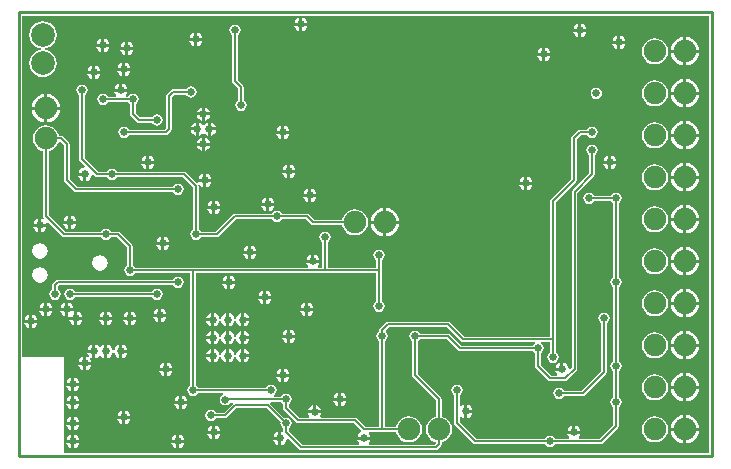
<source format=gbl>
G04*
G04 #@! TF.GenerationSoftware,Altium Limited,Altium Designer,20.1.14 (287)*
G04*
G04 Layer_Physical_Order=2*
G04 Layer_Color=16711680*
%FSLAX25Y25*%
%MOIN*%
G70*
G04*
G04 #@! TF.SameCoordinates,32D4A6E9-0C54-4149-BE24-DE0316A2B815*
G04*
G04*
G04 #@! TF.FilePolarity,Positive*
G04*
G01*
G75*
%ADD14C,0.01000*%
%ADD15C,0.00600*%
%ADD84C,0.07874*%
%ADD85C,0.07500*%
%ADD86C,0.02500*%
G36*
X229878Y1122D02*
X15000D01*
X15000Y33000D01*
X1122Y33000D01*
Y146878D01*
X229878D01*
X229878Y1122D01*
D02*
G37*
%LPC*%
G36*
X94500Y146195D02*
Y144500D01*
X96195D01*
X96119Y144878D01*
X95622Y145622D01*
X94878Y146119D01*
X94500Y146195D01*
D02*
G37*
G36*
X93500D02*
X93122Y146119D01*
X92378Y145622D01*
X91881Y144878D01*
X91805Y144500D01*
X93500D01*
Y146195D01*
D02*
G37*
G36*
X187500Y144195D02*
Y142500D01*
X189195D01*
X189120Y142878D01*
X188622Y143622D01*
X187878Y144120D01*
X187500Y144195D01*
D02*
G37*
G36*
X186500D02*
X186122Y144120D01*
X185378Y143622D01*
X184880Y142878D01*
X184805Y142500D01*
X186500D01*
Y144195D01*
D02*
G37*
G36*
X96195Y143500D02*
X94500D01*
Y141805D01*
X94878Y141881D01*
X95622Y142378D01*
X96119Y143122D01*
X96195Y143500D01*
D02*
G37*
G36*
X93500D02*
X91805D01*
X91881Y143122D01*
X92378Y142378D01*
X93122Y141881D01*
X93500Y141805D01*
Y143500D01*
D02*
G37*
G36*
X189195Y141500D02*
X187500D01*
Y139805D01*
X187878Y139881D01*
X188622Y140378D01*
X189120Y141122D01*
X189195Y141500D01*
D02*
G37*
G36*
X186500D02*
X184805D01*
X184880Y141122D01*
X185378Y140378D01*
X186122Y139881D01*
X186500Y139805D01*
Y141500D01*
D02*
G37*
G36*
X59500Y141195D02*
Y139500D01*
X61195D01*
X61119Y139878D01*
X60622Y140622D01*
X59878Y141120D01*
X59500Y141195D01*
D02*
G37*
G36*
X58500D02*
X58122Y141120D01*
X57378Y140622D01*
X56881Y139878D01*
X56805Y139500D01*
X58500D01*
Y141195D01*
D02*
G37*
G36*
X200500Y140195D02*
Y138500D01*
X202195D01*
X202119Y138878D01*
X201622Y139622D01*
X200878Y140120D01*
X200500Y140195D01*
D02*
G37*
G36*
X199500D02*
X199122Y140120D01*
X198378Y139622D01*
X197880Y138878D01*
X197805Y138500D01*
X199500D01*
Y140195D01*
D02*
G37*
G36*
X28500Y139195D02*
Y137500D01*
X30195D01*
X30119Y137878D01*
X29622Y138622D01*
X28878Y139120D01*
X28500Y139195D01*
D02*
G37*
G36*
X27500D02*
X27122Y139120D01*
X26378Y138622D01*
X25881Y137878D01*
X25805Y137500D01*
X27500D01*
Y139195D01*
D02*
G37*
G36*
X61195Y138500D02*
X59500D01*
Y136805D01*
X59878Y136881D01*
X60622Y137378D01*
X61119Y138122D01*
X61195Y138500D01*
D02*
G37*
G36*
X58500D02*
X56805D01*
X56881Y138122D01*
X57378Y137378D01*
X58122Y136881D01*
X58500Y136805D01*
Y138500D01*
D02*
G37*
G36*
X36500Y138195D02*
Y136500D01*
X38195D01*
X38120Y136878D01*
X37622Y137622D01*
X36878Y138119D01*
X36500Y138195D01*
D02*
G37*
G36*
X35500D02*
X35122Y138119D01*
X34378Y137622D01*
X33880Y136878D01*
X33805Y136500D01*
X35500D01*
Y138195D01*
D02*
G37*
G36*
X202195Y137500D02*
X200500D01*
Y135805D01*
X200878Y135880D01*
X201622Y136378D01*
X202119Y137122D01*
X202195Y137500D01*
D02*
G37*
G36*
X199500D02*
X197805D01*
X197880Y137122D01*
X198378Y136378D01*
X199122Y135880D01*
X199500Y135805D01*
Y137500D01*
D02*
G37*
G36*
X222500Y139725D02*
Y135500D01*
X226725D01*
X226628Y136240D01*
X226149Y137396D01*
X225388Y138388D01*
X224395Y139149D01*
X223240Y139628D01*
X222500Y139725D01*
D02*
G37*
G36*
X221500D02*
X220760Y139628D01*
X219604Y139149D01*
X218612Y138388D01*
X217851Y137396D01*
X217372Y136240D01*
X217275Y135500D01*
X221500D01*
Y139725D01*
D02*
G37*
G36*
X30195Y136500D02*
X28500D01*
Y134805D01*
X28878Y134880D01*
X29622Y135378D01*
X30119Y136122D01*
X30195Y136500D01*
D02*
G37*
G36*
X27500D02*
X25805D01*
X25881Y136122D01*
X26378Y135378D01*
X27122Y134880D01*
X27500Y134805D01*
Y136500D01*
D02*
G37*
G36*
X175500Y136195D02*
Y134500D01*
X177195D01*
X177120Y134878D01*
X176622Y135622D01*
X175878Y136119D01*
X175500Y136195D01*
D02*
G37*
G36*
X174500D02*
X174122Y136119D01*
X173378Y135622D01*
X172880Y134878D01*
X172805Y134500D01*
X174500D01*
Y136195D01*
D02*
G37*
G36*
X38195Y135500D02*
X36500D01*
Y133805D01*
X36878Y133880D01*
X37622Y134378D01*
X38120Y135122D01*
X38195Y135500D01*
D02*
G37*
G36*
X35500D02*
X33805D01*
X33880Y135122D01*
X34378Y134378D01*
X35122Y133880D01*
X35500Y133805D01*
Y135500D01*
D02*
G37*
G36*
X177195Y133500D02*
X175500D01*
Y131805D01*
X175878Y131880D01*
X176622Y132378D01*
X177120Y133122D01*
X177195Y133500D01*
D02*
G37*
G36*
X174500D02*
X172805D01*
X172880Y133122D01*
X173378Y132378D01*
X174122Y131880D01*
X174500Y131805D01*
Y133500D01*
D02*
G37*
G36*
X212000Y139388D02*
X210864Y139238D01*
X209806Y138800D01*
X208897Y138102D01*
X208200Y137194D01*
X207762Y136136D01*
X207612Y135000D01*
X207762Y133864D01*
X208200Y132806D01*
X208897Y131897D01*
X209806Y131200D01*
X210864Y130762D01*
X212000Y130613D01*
X213136Y130762D01*
X214194Y131200D01*
X215103Y131897D01*
X215800Y132806D01*
X216238Y133864D01*
X216388Y135000D01*
X216238Y136136D01*
X215800Y137194D01*
X215103Y138102D01*
X214194Y138800D01*
X213136Y139238D01*
X212000Y139388D01*
D02*
G37*
G36*
X226725Y134500D02*
X222500D01*
Y130275D01*
X223240Y130372D01*
X224395Y130851D01*
X225388Y131612D01*
X226149Y132605D01*
X226628Y133760D01*
X226725Y134500D01*
D02*
G37*
G36*
X221500D02*
X217275D01*
X217372Y133760D01*
X217851Y132605D01*
X218612Y131612D01*
X219604Y130851D01*
X220760Y130372D01*
X221500Y130275D01*
Y134500D01*
D02*
G37*
G36*
X35500Y131195D02*
Y129500D01*
X37195D01*
X37119Y129878D01*
X36622Y130622D01*
X35878Y131120D01*
X35500Y131195D01*
D02*
G37*
G36*
X34500D02*
X34122Y131120D01*
X33378Y130622D01*
X32880Y129878D01*
X32805Y129500D01*
X34500D01*
Y131195D01*
D02*
G37*
G36*
X25500Y130195D02*
Y128500D01*
X27195D01*
X27119Y128878D01*
X26622Y129622D01*
X25878Y130120D01*
X25500Y130195D01*
D02*
G37*
G36*
X24500D02*
X24122Y130120D01*
X23378Y129622D01*
X22881Y128878D01*
X22805Y128500D01*
X24500D01*
Y130195D01*
D02*
G37*
G36*
X37195Y128500D02*
X35500D01*
Y126805D01*
X35878Y126881D01*
X36622Y127378D01*
X37119Y128122D01*
X37195Y128500D01*
D02*
G37*
G36*
X34500D02*
X32805D01*
X32880Y128122D01*
X33378Y127378D01*
X34122Y126881D01*
X34500Y126805D01*
Y128500D01*
D02*
G37*
G36*
X8000Y145025D02*
X6816Y144869D01*
X5712Y144412D01*
X4764Y143685D01*
X4037Y142737D01*
X3580Y141633D01*
X3424Y140449D01*
X3580Y139264D01*
X4037Y138161D01*
X4764Y137213D01*
X5712Y136486D01*
X6816Y136029D01*
X7211Y135977D01*
Y135472D01*
X6816Y135420D01*
X5712Y134963D01*
X4764Y134236D01*
X4037Y133288D01*
X3580Y132184D01*
X3424Y131000D01*
X3580Y129816D01*
X4037Y128712D01*
X4764Y127764D01*
X5712Y127037D01*
X6816Y126580D01*
X8000Y126424D01*
X9184Y126580D01*
X10288Y127037D01*
X11236Y127764D01*
X11963Y128712D01*
X12420Y129816D01*
X12576Y131000D01*
X12420Y132184D01*
X11963Y133288D01*
X11236Y134236D01*
X10288Y134963D01*
X9184Y135420D01*
X8789Y135472D01*
Y135977D01*
X9184Y136029D01*
X10288Y136486D01*
X11236Y137213D01*
X11963Y138161D01*
X12420Y139264D01*
X12576Y140449D01*
X12420Y141633D01*
X11963Y142737D01*
X11236Y143685D01*
X10288Y144412D01*
X9184Y144869D01*
X8000Y145025D01*
D02*
G37*
G36*
X27195Y127500D02*
X25500D01*
Y125805D01*
X25878Y125881D01*
X26622Y126378D01*
X27119Y127122D01*
X27195Y127500D01*
D02*
G37*
G36*
X24500D02*
X22805D01*
X22881Y127122D01*
X23378Y126378D01*
X24122Y125881D01*
X24500Y125805D01*
Y127500D01*
D02*
G37*
G36*
X34500Y124195D02*
Y122500D01*
X36195D01*
X36119Y122878D01*
X35622Y123622D01*
X34878Y124119D01*
X34500Y124195D01*
D02*
G37*
G36*
X33500D02*
X33122Y124119D01*
X32378Y123622D01*
X31881Y122878D01*
X31805Y122500D01*
X33500D01*
Y124195D01*
D02*
G37*
G36*
X222500Y125725D02*
Y121500D01*
X226725D01*
X226628Y122240D01*
X226149Y123396D01*
X225388Y124388D01*
X224395Y125149D01*
X223240Y125628D01*
X222500Y125725D01*
D02*
G37*
G36*
X221500D02*
X220760Y125628D01*
X219604Y125149D01*
X218612Y124388D01*
X217851Y123396D01*
X217372Y122240D01*
X217275Y121500D01*
X221500D01*
Y125725D01*
D02*
G37*
G36*
X36195Y121500D02*
X31805D01*
X31881Y121122D01*
X32351Y120418D01*
X32235Y119918D01*
X29612D01*
X29334Y120334D01*
X28722Y120743D01*
X28000Y120886D01*
X27278Y120743D01*
X26666Y120334D01*
X26257Y119722D01*
X26114Y119000D01*
X26257Y118278D01*
X26666Y117666D01*
X27278Y117257D01*
X28000Y117114D01*
X28722Y117257D01*
X29334Y117666D01*
X29612Y118082D01*
X36388D01*
X36666Y117666D01*
X37082Y117388D01*
Y114000D01*
X37152Y113649D01*
X37351Y113351D01*
X39288Y111414D01*
X39586Y111215D01*
X39937Y111145D01*
X44388D01*
X44666Y110729D01*
X45278Y110320D01*
X46000Y110177D01*
X46722Y110320D01*
X47334Y110729D01*
X47743Y111341D01*
X47886Y112063D01*
X47743Y112785D01*
X47334Y113397D01*
X46722Y113806D01*
X46000Y113949D01*
X45278Y113806D01*
X44666Y113397D01*
X44388Y112981D01*
X40317D01*
X38918Y114380D01*
Y117388D01*
X39334Y117666D01*
X39743Y118278D01*
X39886Y119000D01*
X39743Y119722D01*
X39334Y120334D01*
X38722Y120743D01*
X38000Y120886D01*
X37278Y120743D01*
X36666Y120334D01*
X36388Y119918D01*
X35765D01*
X35649Y120418D01*
X36119Y121122D01*
X36195Y121500D01*
D02*
G37*
G36*
X57441Y123327D02*
X56719Y123183D01*
X56107Y122775D01*
X55829Y122358D01*
X51441D01*
X51090Y122289D01*
X50792Y122090D01*
X49351Y120649D01*
X49152Y120351D01*
X49082Y120000D01*
Y109380D01*
X48620Y108918D01*
X36628D01*
X36349Y109334D01*
X35738Y109743D01*
X35016Y109886D01*
X34294Y109743D01*
X33682Y109334D01*
X33273Y108722D01*
X33130Y108000D01*
X33273Y107278D01*
X33682Y106666D01*
X34294Y106257D01*
X35016Y106114D01*
X35738Y106257D01*
X36349Y106666D01*
X36628Y107082D01*
X49000D01*
X49351Y107152D01*
X49649Y107351D01*
X50649Y108351D01*
X50848Y108649D01*
X50918Y109000D01*
Y119620D01*
X51821Y120523D01*
X55829D01*
X56107Y120107D01*
X56719Y119698D01*
X57441Y119554D01*
X58163Y119698D01*
X58775Y120107D01*
X59183Y120719D01*
X59327Y121441D01*
X59183Y122163D01*
X58775Y122775D01*
X58163Y123183D01*
X57441Y123327D01*
D02*
G37*
G36*
X192488Y122886D02*
X191766Y122743D01*
X191154Y122334D01*
X190745Y121722D01*
X190602Y121000D01*
X190745Y120278D01*
X191154Y119666D01*
X191766Y119257D01*
X192488Y119114D01*
X193210Y119257D01*
X193822Y119666D01*
X194231Y120278D01*
X194374Y121000D01*
X194231Y121722D01*
X193822Y122334D01*
X193210Y122743D01*
X192488Y122886D01*
D02*
G37*
G36*
X212000Y125388D02*
X210864Y125238D01*
X209806Y124800D01*
X208897Y124102D01*
X208200Y123194D01*
X207762Y122136D01*
X207612Y121000D01*
X207762Y119864D01*
X208200Y118806D01*
X208897Y117897D01*
X209806Y117200D01*
X210864Y116762D01*
X212000Y116613D01*
X213136Y116762D01*
X214194Y117200D01*
X215103Y117897D01*
X215800Y118806D01*
X216238Y119864D01*
X216388Y121000D01*
X216238Y122136D01*
X215800Y123194D01*
X215103Y124102D01*
X214194Y124800D01*
X213136Y125238D01*
X212000Y125388D01*
D02*
G37*
G36*
X9500Y120725D02*
Y116500D01*
X13725D01*
X13628Y117240D01*
X13149Y118395D01*
X12388Y119388D01*
X11395Y120149D01*
X10240Y120628D01*
X9500Y120725D01*
D02*
G37*
G36*
X8500D02*
X7760Y120628D01*
X6605Y120149D01*
X5612Y119388D01*
X4851Y118395D01*
X4372Y117240D01*
X4275Y116500D01*
X8500D01*
Y120725D01*
D02*
G37*
G36*
X226725Y120500D02*
X222500D01*
Y116275D01*
X223240Y116372D01*
X224395Y116851D01*
X225388Y117612D01*
X226149Y118605D01*
X226628Y119760D01*
X226725Y120500D01*
D02*
G37*
G36*
X221500D02*
X217275D01*
X217372Y119760D01*
X217851Y118605D01*
X218612Y117612D01*
X219604Y116851D01*
X220760Y116372D01*
X221500Y116275D01*
Y120500D01*
D02*
G37*
G36*
X72000Y143886D02*
X71278Y143743D01*
X70666Y143334D01*
X70257Y142722D01*
X70114Y142000D01*
X70257Y141278D01*
X70666Y140666D01*
X71082Y140388D01*
Y125000D01*
X71152Y124649D01*
X71351Y124351D01*
X73082Y122620D01*
Y118612D01*
X72666Y118334D01*
X72257Y117722D01*
X72114Y117000D01*
X72257Y116278D01*
X72666Y115666D01*
X73278Y115257D01*
X74000Y115114D01*
X74722Y115257D01*
X75334Y115666D01*
X75743Y116278D01*
X75886Y117000D01*
X75743Y117722D01*
X75334Y118334D01*
X74918Y118612D01*
Y123000D01*
X74848Y123351D01*
X74649Y123649D01*
X72918Y125380D01*
Y140388D01*
X73334Y140666D01*
X73743Y141278D01*
X73886Y142000D01*
X73743Y142722D01*
X73334Y143334D01*
X72722Y143743D01*
X72000Y143886D01*
D02*
G37*
G36*
X62004Y116325D02*
Y114630D01*
X63698D01*
X63623Y115008D01*
X63126Y115753D01*
X62382Y116250D01*
X62004Y116325D01*
D02*
G37*
G36*
X61004D02*
X60626Y116250D01*
X59882Y115753D01*
X59384Y115008D01*
X59309Y114630D01*
X61004D01*
Y116325D01*
D02*
G37*
G36*
X63698Y113630D02*
X62004D01*
Y111936D01*
X62382Y112011D01*
X63126Y112508D01*
X63623Y113253D01*
X63698Y113630D01*
D02*
G37*
G36*
X61004D02*
X59309D01*
X59384Y113253D01*
X59882Y112508D01*
X60626Y112011D01*
X61004Y111936D01*
Y113630D01*
D02*
G37*
G36*
X13725Y115500D02*
X9500D01*
Y111275D01*
X10240Y111372D01*
X11395Y111851D01*
X12388Y112612D01*
X13149Y113604D01*
X13628Y114760D01*
X13725Y115500D01*
D02*
G37*
G36*
X8500D02*
X4275D01*
X4372Y114760D01*
X4851Y113604D01*
X5612Y112612D01*
X6605Y111851D01*
X7760Y111372D01*
X8500Y111275D01*
Y115500D01*
D02*
G37*
G36*
X63004Y111305D02*
X62626Y111230D01*
X61882Y110733D01*
X61754Y110541D01*
X61254D01*
X61126Y110733D01*
X60382Y111230D01*
X60004Y111305D01*
Y109110D01*
Y106916D01*
X60382Y106991D01*
X61126Y107488D01*
X61254Y107680D01*
X61754D01*
X61882Y107488D01*
X62626Y106991D01*
X63004Y106916D01*
Y109110D01*
Y111305D01*
D02*
G37*
G36*
X64004D02*
Y109610D01*
X65699D01*
X65623Y109988D01*
X65126Y110733D01*
X64382Y111230D01*
X64004Y111305D01*
D02*
G37*
G36*
X59004D02*
X58626Y111230D01*
X57882Y110733D01*
X57385Y109988D01*
X57309Y109610D01*
X59004D01*
Y111305D01*
D02*
G37*
G36*
X88500Y110195D02*
Y108500D01*
X90195D01*
X90119Y108878D01*
X89622Y109622D01*
X88878Y110119D01*
X88500Y110195D01*
D02*
G37*
G36*
X87500D02*
X87122Y110119D01*
X86378Y109622D01*
X85881Y108878D01*
X85805Y108500D01*
X87500D01*
Y110195D01*
D02*
G37*
G36*
X222500Y111725D02*
Y107500D01*
X226725D01*
X226628Y108240D01*
X226149Y109396D01*
X225388Y110388D01*
X224395Y111149D01*
X223240Y111628D01*
X222500Y111725D01*
D02*
G37*
G36*
X221500D02*
X220760Y111628D01*
X219604Y111149D01*
X218612Y110388D01*
X217851Y109396D01*
X217372Y108240D01*
X217275Y107500D01*
X221500D01*
Y111725D01*
D02*
G37*
G36*
X65699Y108610D02*
X64004D01*
Y106916D01*
X64382Y106991D01*
X65126Y107488D01*
X65623Y108233D01*
X65699Y108610D01*
D02*
G37*
G36*
X59004D02*
X57309D01*
X57385Y108233D01*
X57882Y107488D01*
X58626Y106991D01*
X59004Y106916D01*
Y108610D01*
D02*
G37*
G36*
X9000Y110388D02*
X7864Y110238D01*
X6806Y109800D01*
X5897Y109102D01*
X5200Y108194D01*
X4762Y107136D01*
X4612Y106000D01*
X4762Y104864D01*
X5200Y103806D01*
X5897Y102898D01*
X6806Y102200D01*
X7864Y101762D01*
X8082Y101733D01*
Y80000D01*
X8152Y79649D01*
X8287Y79448D01*
X7926Y79087D01*
X7878Y79119D01*
X7500Y79195D01*
Y77500D01*
X9195D01*
X9120Y77878D01*
X9512Y78190D01*
X14351Y73351D01*
X14649Y73152D01*
X15000Y73082D01*
X27388D01*
X27666Y72666D01*
X28278Y72257D01*
X29000Y72114D01*
X29722Y72257D01*
X30334Y72666D01*
X30612Y73082D01*
X32620D01*
X36082Y69620D01*
Y63612D01*
X35666Y63334D01*
X35257Y62722D01*
X35114Y62000D01*
X35257Y61278D01*
X35666Y60666D01*
X36278Y60257D01*
X37000Y60114D01*
X37722Y60257D01*
X38334Y60666D01*
X38612Y61082D01*
X57082D01*
Y23612D01*
X56666Y23334D01*
X56257Y22722D01*
X56114Y22000D01*
X56257Y21278D01*
X56666Y20666D01*
X57278Y20257D01*
X58000Y20114D01*
X58722Y20257D01*
X59334Y20666D01*
X59612Y21082D01*
X68006D01*
X68099Y20624D01*
X68089Y20582D01*
X67493Y20184D01*
X67084Y19572D01*
X66940Y18850D01*
X67084Y18128D01*
X67493Y17516D01*
X68105Y17107D01*
X68827Y16964D01*
X69549Y17107D01*
X70161Y17516D01*
X70539Y18082D01*
X71100D01*
X71234Y17851D01*
X71285Y17582D01*
X68245Y14543D01*
X65612D01*
X65334Y14959D01*
X64722Y15368D01*
X64000Y15511D01*
X63278Y15368D01*
X62666Y14959D01*
X62257Y14347D01*
X62114Y13625D01*
X62257Y12903D01*
X62666Y12291D01*
X63278Y11882D01*
X64000Y11739D01*
X64722Y11882D01*
X65334Y12291D01*
X65612Y12707D01*
X68625D01*
X68976Y12777D01*
X69274Y12976D01*
X72380Y16082D01*
X82620D01*
X87211Y11491D01*
X87114Y11000D01*
X87257Y10278D01*
X87666Y9666D01*
X88082Y9388D01*
Y8550D01*
X88074Y8533D01*
X87582Y8178D01*
X87500Y8195D01*
Y6000D01*
Y3805D01*
X87878Y3881D01*
X88622Y4378D01*
X89119Y5122D01*
X89245Y5751D01*
X89781Y5922D01*
X93351Y2351D01*
X93649Y2152D01*
X94000Y2082D01*
X139000D01*
X139351Y2152D01*
X139649Y2351D01*
X140649Y3351D01*
X140848Y3649D01*
X140918Y4000D01*
Y4733D01*
X141136Y4762D01*
X142194Y5200D01*
X143103Y5897D01*
X143800Y6806D01*
X144238Y7864D01*
X144387Y9000D01*
X144238Y10136D01*
X143800Y11194D01*
X143103Y12103D01*
X142194Y12800D01*
X141136Y13238D01*
X140918Y13267D01*
Y19000D01*
X140848Y19351D01*
X140649Y19649D01*
X132918Y27380D01*
Y38388D01*
X133334Y38666D01*
X133612Y39082D01*
X142620D01*
X146351Y35351D01*
X146649Y35152D01*
X147000Y35082D01*
X171388D01*
X171666Y34666D01*
X172082Y34388D01*
Y30000D01*
X172152Y29649D01*
X172351Y29351D01*
X176351Y25351D01*
X176649Y25152D01*
X177000Y25082D01*
X182000D01*
X182351Y25152D01*
X182649Y25351D01*
X185897Y28600D01*
X186096Y28897D01*
X186166Y29248D01*
Y87868D01*
X191649Y93351D01*
X191848Y93649D01*
X191918Y94000D01*
Y100388D01*
X192334Y100666D01*
X192743Y101278D01*
X192886Y102000D01*
X192743Y102722D01*
X192334Y103334D01*
X191722Y103743D01*
X191000Y103886D01*
X190278Y103743D01*
X189666Y103334D01*
X189257Y102722D01*
X189114Y102000D01*
X189257Y101278D01*
X189666Y100666D01*
X190082Y100388D01*
Y94380D01*
X184600Y88897D01*
X184401Y88600D01*
X184331Y88248D01*
Y29629D01*
X183781Y29078D01*
X183245Y29249D01*
X183119Y29878D01*
X182622Y30622D01*
X181878Y31119D01*
X181500Y31195D01*
Y29000D01*
X181000D01*
Y28500D01*
X178805D01*
X178881Y28122D01*
X179351Y27418D01*
X179235Y26918D01*
X177380D01*
X173918Y30380D01*
Y34388D01*
X174334Y34666D01*
X174743Y35278D01*
X174886Y36000D01*
X174743Y36722D01*
X174334Y37334D01*
X173962Y37582D01*
X174113Y38082D01*
X177082D01*
Y34612D01*
X176666Y34334D01*
X176257Y33722D01*
X176114Y33000D01*
X176257Y32278D01*
X176666Y31666D01*
X177278Y31257D01*
X178000Y31114D01*
X178722Y31257D01*
X179334Y31666D01*
X179743Y32278D01*
X179886Y33000D01*
X179743Y33722D01*
X179334Y34334D01*
X178918Y34612D01*
Y39000D01*
Y84620D01*
X185649Y91351D01*
X185848Y91649D01*
X185918Y92000D01*
Y105620D01*
X187380Y107082D01*
X189388D01*
X189666Y106666D01*
X190278Y106257D01*
X191000Y106114D01*
X191722Y106257D01*
X192334Y106666D01*
X192743Y107278D01*
X192886Y108000D01*
X192743Y108722D01*
X192334Y109334D01*
X191722Y109743D01*
X191000Y109886D01*
X190278Y109743D01*
X189666Y109334D01*
X189388Y108918D01*
X187000D01*
X186649Y108848D01*
X186351Y108649D01*
X184351Y106649D01*
X184152Y106351D01*
X184082Y106000D01*
Y92380D01*
X177351Y85649D01*
X177152Y85351D01*
X177082Y85000D01*
Y39918D01*
X148380D01*
X143649Y44649D01*
X143351Y44848D01*
X143000Y44918D01*
X123000D01*
X122649Y44848D01*
X122351Y44649D01*
X120351Y42649D01*
X120152Y42351D01*
X120082Y42000D01*
Y41612D01*
X119666Y41334D01*
X119257Y40722D01*
X119114Y40000D01*
X119257Y39278D01*
X119666Y38666D01*
X120082Y38388D01*
Y9918D01*
X115380D01*
X112649Y12649D01*
X112351Y12848D01*
X112000Y12918D01*
X100566D01*
X100316Y13418D01*
X100679Y13961D01*
X100754Y14339D01*
X96364D01*
X96440Y13961D01*
X96802Y13418D01*
X96553Y12918D01*
X93380D01*
X89918Y16380D01*
Y17388D01*
X90334Y17666D01*
X90743Y18278D01*
X90886Y19000D01*
X90743Y19722D01*
X90334Y20334D01*
X89722Y20743D01*
X89000Y20886D01*
X88278Y20743D01*
X87666Y20334D01*
X87388Y19918D01*
X85113D01*
X84962Y20418D01*
X85334Y20666D01*
X85743Y21278D01*
X85886Y22000D01*
X85743Y22722D01*
X85334Y23334D01*
X84722Y23743D01*
X84000Y23886D01*
X83278Y23743D01*
X82666Y23334D01*
X82388Y22918D01*
X59612D01*
X59334Y23334D01*
X58918Y23612D01*
Y61082D01*
X119082D01*
Y51612D01*
X118666Y51334D01*
X118257Y50722D01*
X118114Y50000D01*
X118257Y49278D01*
X118666Y48666D01*
X119278Y48257D01*
X120000Y48114D01*
X120722Y48257D01*
X121334Y48666D01*
X121743Y49278D01*
X121886Y50000D01*
X121743Y50722D01*
X121334Y51334D01*
X120918Y51612D01*
Y62000D01*
Y65388D01*
X121334Y65666D01*
X121743Y66278D01*
X121886Y67000D01*
X121743Y67722D01*
X121334Y68334D01*
X120722Y68743D01*
X120000Y68886D01*
X119278Y68743D01*
X118666Y68334D01*
X118257Y67722D01*
X118114Y67000D01*
X118257Y66278D01*
X118666Y65666D01*
X119082Y65388D01*
Y62918D01*
X102918D01*
Y71388D01*
X103334Y71666D01*
X103743Y72278D01*
X103886Y73000D01*
X103743Y73722D01*
X103334Y74334D01*
X102722Y74743D01*
X102000Y74886D01*
X101278Y74743D01*
X100666Y74334D01*
X100257Y73722D01*
X100114Y73000D01*
X100257Y72278D01*
X100666Y71666D01*
X101082Y71388D01*
Y62918D01*
X99765D01*
X99649Y63418D01*
X100119Y64122D01*
X100195Y64500D01*
X95805D01*
X95881Y64122D01*
X96351Y63418D01*
X96235Y62918D01*
X38612D01*
X38334Y63334D01*
X37918Y63612D01*
Y70000D01*
X37848Y70351D01*
X37649Y70649D01*
X33649Y74649D01*
X33351Y74848D01*
X33000Y74918D01*
X30612D01*
X30334Y75334D01*
X29722Y75743D01*
X29000Y75886D01*
X28278Y75743D01*
X27666Y75334D01*
X27388Y74918D01*
X15380D01*
X9918Y80380D01*
Y101733D01*
X10136Y101762D01*
X11194Y102200D01*
X12103Y102898D01*
X12800Y103806D01*
X13224Y104831D01*
X13384Y104888D01*
X13754Y104949D01*
X15082Y103620D01*
Y92000D01*
X15152Y91649D01*
X15351Y91351D01*
X18351Y88351D01*
X18649Y88152D01*
X19000Y88082D01*
X51388D01*
X51666Y87666D01*
X52278Y87257D01*
X53000Y87114D01*
X53722Y87257D01*
X54334Y87666D01*
X54743Y88278D01*
X54886Y89000D01*
X54743Y89722D01*
X54334Y90334D01*
X53722Y90743D01*
X53000Y90886D01*
X52278Y90743D01*
X51666Y90334D01*
X51388Y89918D01*
X19380D01*
X16918Y92380D01*
Y104000D01*
X16848Y104351D01*
X16649Y104649D01*
X14649Y106649D01*
X14351Y106848D01*
X14000Y106918D01*
X13267D01*
X13238Y107136D01*
X12800Y108194D01*
X12103Y109102D01*
X11194Y109800D01*
X10136Y110238D01*
X9000Y110388D01*
D02*
G37*
G36*
X90195Y107500D02*
X88500D01*
Y105805D01*
X88878Y105880D01*
X89622Y106378D01*
X90119Y107122D01*
X90195Y107500D01*
D02*
G37*
G36*
X87500D02*
X85805D01*
X85881Y107122D01*
X86378Y106378D01*
X87122Y105880D01*
X87500Y105805D01*
Y107500D01*
D02*
G37*
G36*
X62004Y106286D02*
Y104591D01*
X63698D01*
X63623Y104969D01*
X63126Y105713D01*
X62382Y106211D01*
X62004Y106286D01*
D02*
G37*
G36*
X61004D02*
X60626Y106211D01*
X59882Y105713D01*
X59384Y104969D01*
X59309Y104591D01*
X61004D01*
Y106286D01*
D02*
G37*
G36*
X212000Y111388D02*
X210864Y111238D01*
X209806Y110800D01*
X208897Y110102D01*
X208200Y109194D01*
X207762Y108136D01*
X207612Y107000D01*
X207762Y105864D01*
X208200Y104806D01*
X208897Y103898D01*
X209806Y103200D01*
X210864Y102762D01*
X212000Y102612D01*
X213136Y102762D01*
X214194Y103200D01*
X215103Y103898D01*
X215800Y104806D01*
X216238Y105864D01*
X216388Y107000D01*
X216238Y108136D01*
X215800Y109194D01*
X215103Y110102D01*
X214194Y110800D01*
X213136Y111238D01*
X212000Y111388D01*
D02*
G37*
G36*
X226725Y106500D02*
X222500D01*
Y102275D01*
X223240Y102372D01*
X224395Y102851D01*
X225388Y103612D01*
X226149Y104604D01*
X226628Y105760D01*
X226725Y106500D01*
D02*
G37*
G36*
X221500D02*
X217275D01*
X217372Y105760D01*
X217851Y104604D01*
X218612Y103612D01*
X219604Y102851D01*
X220760Y102372D01*
X221500Y102275D01*
Y106500D01*
D02*
G37*
G36*
X63698Y103591D02*
X62004D01*
Y101897D01*
X62382Y101972D01*
X63126Y102469D01*
X63623Y103213D01*
X63698Y103591D01*
D02*
G37*
G36*
X61004D02*
X59309D01*
X59384Y103213D01*
X59882Y102469D01*
X60626Y101972D01*
X61004Y101897D01*
Y103591D01*
D02*
G37*
G36*
X197500Y100195D02*
Y98500D01*
X199195D01*
X199119Y98878D01*
X198622Y99622D01*
X197878Y100119D01*
X197500Y100195D01*
D02*
G37*
G36*
X196500D02*
X196122Y100119D01*
X195378Y99622D01*
X194880Y98878D01*
X194805Y98500D01*
X196500D01*
Y100195D01*
D02*
G37*
G36*
X43500D02*
Y98500D01*
X45195D01*
X45120Y98878D01*
X44622Y99622D01*
X43878Y100119D01*
X43500Y100195D01*
D02*
G37*
G36*
X42500D02*
X42122Y100119D01*
X41378Y99622D01*
X40881Y98878D01*
X40805Y98500D01*
X42500D01*
Y100195D01*
D02*
G37*
G36*
X199195Y97500D02*
X197500D01*
Y95805D01*
X197878Y95881D01*
X198622Y96378D01*
X199119Y97122D01*
X199195Y97500D01*
D02*
G37*
G36*
X196500D02*
X194805D01*
X194880Y97122D01*
X195378Y96378D01*
X196122Y95881D01*
X196500Y95805D01*
Y97500D01*
D02*
G37*
G36*
X45195D02*
X43500D01*
Y95805D01*
X43878Y95881D01*
X44622Y96378D01*
X45120Y97122D01*
X45195Y97500D01*
D02*
G37*
G36*
X42500D02*
X40805D01*
X40881Y97122D01*
X41378Y96378D01*
X42122Y95881D01*
X42500Y95805D01*
Y97500D01*
D02*
G37*
G36*
X90500Y97195D02*
Y95500D01*
X92195D01*
X92119Y95878D01*
X91622Y96622D01*
X90878Y97119D01*
X90500Y97195D01*
D02*
G37*
G36*
X89500D02*
X89122Y97119D01*
X88378Y96622D01*
X87881Y95878D01*
X87805Y95500D01*
X89500D01*
Y97195D01*
D02*
G37*
G36*
X222500Y97725D02*
Y93500D01*
X226725D01*
X226628Y94240D01*
X226149Y95395D01*
X225388Y96388D01*
X224395Y97149D01*
X223240Y97628D01*
X222500Y97725D01*
D02*
G37*
G36*
X221500D02*
X220760Y97628D01*
X219604Y97149D01*
X218612Y96388D01*
X217851Y95395D01*
X217372Y94240D01*
X217275Y93500D01*
X221500D01*
Y97725D01*
D02*
G37*
G36*
X92195Y94500D02*
X90500D01*
Y92805D01*
X90878Y92881D01*
X91622Y93378D01*
X92119Y94122D01*
X92195Y94500D01*
D02*
G37*
G36*
X89500D02*
X87805D01*
X87881Y94122D01*
X88378Y93378D01*
X89122Y92881D01*
X89500Y92805D01*
Y94500D01*
D02*
G37*
G36*
X62500Y94195D02*
Y92500D01*
X64195D01*
X64119Y92878D01*
X63622Y93622D01*
X62878Y94119D01*
X62500Y94195D01*
D02*
G37*
G36*
X61500D02*
X61122Y94119D01*
X60378Y93622D01*
X59881Y92878D01*
X59805Y92500D01*
X61500D01*
Y94195D01*
D02*
G37*
G36*
X21500Y93500D02*
X19805D01*
X19881Y93122D01*
X20378Y92378D01*
X21122Y91881D01*
X21500Y91805D01*
Y93500D01*
D02*
G37*
G36*
X169500Y93195D02*
Y91500D01*
X171195D01*
X171119Y91878D01*
X170622Y92622D01*
X169878Y93119D01*
X169500Y93195D01*
D02*
G37*
G36*
X168500D02*
X168122Y93119D01*
X167378Y92622D01*
X166881Y91878D01*
X166805Y91500D01*
X168500D01*
Y93195D01*
D02*
G37*
G36*
X64195Y91500D02*
X62500D01*
Y89805D01*
X62878Y89881D01*
X63622Y90378D01*
X64119Y91122D01*
X64195Y91500D01*
D02*
G37*
G36*
X21000Y123886D02*
X20278Y123743D01*
X19666Y123334D01*
X19257Y122722D01*
X19114Y122000D01*
X19257Y121278D01*
X19666Y120666D01*
X20082Y120388D01*
Y99000D01*
X20152Y98649D01*
X20351Y98351D01*
X21922Y96781D01*
X21751Y96245D01*
X21122Y96119D01*
X20378Y95622D01*
X19881Y94878D01*
X19805Y94500D01*
X22000D01*
Y94000D01*
X22500D01*
Y91805D01*
X22878Y91881D01*
X23622Y92378D01*
X24119Y93122D01*
X24245Y93751D01*
X24781Y93922D01*
X25351Y93351D01*
X25649Y93152D01*
X26000Y93082D01*
X29388D01*
X29666Y92666D01*
X30278Y92257D01*
X31000Y92114D01*
X31722Y92257D01*
X32334Y92666D01*
X32612Y93082D01*
X54620D01*
X58082Y89620D01*
Y75612D01*
X57666Y75334D01*
X57257Y74722D01*
X57114Y74000D01*
X57257Y73278D01*
X57666Y72666D01*
X58278Y72257D01*
X59000Y72114D01*
X59722Y72257D01*
X60334Y72666D01*
X60612Y73082D01*
X66000D01*
X66351Y73152D01*
X66649Y73351D01*
X72380Y79082D01*
X84388D01*
X84666Y78666D01*
X85278Y78257D01*
X86000Y78114D01*
X86722Y78257D01*
X87334Y78666D01*
X87612Y79082D01*
X95620D01*
X97351Y77351D01*
X97649Y77152D01*
X98000Y77082D01*
X107733D01*
X107762Y76864D01*
X108200Y75806D01*
X108897Y74897D01*
X109806Y74200D01*
X110864Y73762D01*
X112000Y73612D01*
X113136Y73762D01*
X114194Y74200D01*
X115103Y74897D01*
X115800Y75806D01*
X116238Y76864D01*
X116387Y78000D01*
X116238Y79136D01*
X115800Y80194D01*
X115103Y81103D01*
X114194Y81800D01*
X113136Y82238D01*
X112000Y82388D01*
X110864Y82238D01*
X109806Y81800D01*
X108897Y81103D01*
X108200Y80194D01*
X107762Y79136D01*
X107733Y78918D01*
X98380D01*
X96649Y80649D01*
X96351Y80848D01*
X96000Y80918D01*
X87612D01*
X87334Y81334D01*
X86722Y81743D01*
X86000Y81886D01*
X85278Y81743D01*
X84666Y81334D01*
X84388Y80918D01*
X72000D01*
X71649Y80848D01*
X71351Y80649D01*
X65620Y74918D01*
X60612D01*
X60334Y75334D01*
X59918Y75612D01*
Y90000D01*
X59859Y90293D01*
X60341Y90432D01*
X60378Y90378D01*
X61122Y89881D01*
X61500Y89805D01*
Y91500D01*
X59805D01*
X59881Y91122D01*
X59488Y90810D01*
X55649Y94649D01*
X55351Y94848D01*
X55000Y94918D01*
X32612D01*
X32334Y95334D01*
X31722Y95743D01*
X31000Y95886D01*
X30278Y95743D01*
X29666Y95334D01*
X29388Y94918D01*
X26380D01*
X21918Y99380D01*
Y120388D01*
X22334Y120666D01*
X22743Y121278D01*
X22886Y122000D01*
X22743Y122722D01*
X22334Y123334D01*
X21722Y123743D01*
X21000Y123886D01*
D02*
G37*
G36*
X171195Y90500D02*
X169500D01*
Y88805D01*
X169878Y88881D01*
X170622Y89378D01*
X171119Y90122D01*
X171195Y90500D01*
D02*
G37*
G36*
X168500D02*
X166805D01*
X166881Y90122D01*
X167378Y89378D01*
X168122Y88881D01*
X168500Y88805D01*
Y90500D01*
D02*
G37*
G36*
X212000Y97387D02*
X210864Y97238D01*
X209806Y96800D01*
X208897Y96102D01*
X208200Y95194D01*
X207762Y94136D01*
X207612Y93000D01*
X207762Y91864D01*
X208200Y90806D01*
X208897Y89898D01*
X209806Y89200D01*
X210864Y88762D01*
X212000Y88613D01*
X213136Y88762D01*
X214194Y89200D01*
X215103Y89898D01*
X215800Y90806D01*
X216238Y91864D01*
X216388Y93000D01*
X216238Y94136D01*
X215800Y95194D01*
X215103Y96102D01*
X214194Y96800D01*
X213136Y97238D01*
X212000Y97387D01*
D02*
G37*
G36*
X226725Y92500D02*
X222500D01*
Y88275D01*
X223240Y88372D01*
X224395Y88851D01*
X225388Y89612D01*
X226149Y90605D01*
X226628Y91760D01*
X226725Y92500D01*
D02*
G37*
G36*
X221500D02*
X217275D01*
X217372Y91760D01*
X217851Y90605D01*
X218612Y89612D01*
X219604Y88851D01*
X220760Y88372D01*
X221500Y88275D01*
Y92500D01*
D02*
G37*
G36*
X97500Y89195D02*
Y87500D01*
X99195D01*
X99119Y87878D01*
X98622Y88622D01*
X97878Y89119D01*
X97500Y89195D01*
D02*
G37*
G36*
X96500D02*
X96122Y89119D01*
X95378Y88622D01*
X94881Y87878D01*
X94805Y87500D01*
X96500D01*
Y89195D01*
D02*
G37*
G36*
X199000Y87886D02*
X198278Y87743D01*
X197666Y87334D01*
X197388Y86918D01*
X191612D01*
X191334Y87334D01*
X190722Y87743D01*
X190000Y87886D01*
X189278Y87743D01*
X188666Y87334D01*
X188257Y86722D01*
X188114Y86000D01*
X188257Y85278D01*
X188666Y84666D01*
X189278Y84257D01*
X190000Y84114D01*
X190722Y84257D01*
X191334Y84666D01*
X191612Y85082D01*
X197388D01*
X197666Y84666D01*
X198082Y84388D01*
Y59612D01*
X197666Y59334D01*
X197257Y58722D01*
X197114Y58000D01*
X197257Y57278D01*
X197666Y56666D01*
X198082Y56388D01*
Y31612D01*
X197666Y31334D01*
X197257Y30722D01*
X197114Y30000D01*
X197257Y29278D01*
X197666Y28666D01*
X198082Y28388D01*
Y19612D01*
X197666Y19334D01*
X197257Y18722D01*
X197114Y18000D01*
X197257Y17278D01*
X197666Y16666D01*
X198082Y16388D01*
Y10380D01*
X193620Y5918D01*
X186765D01*
X186649Y6418D01*
X187119Y7122D01*
X187195Y7500D01*
X182805D01*
X182880Y7122D01*
X183351Y6418D01*
X183235Y5918D01*
X178612D01*
X178334Y6334D01*
X177722Y6743D01*
X177000Y6886D01*
X176278Y6743D01*
X175666Y6334D01*
X175388Y5918D01*
X152380D01*
X146918Y11380D01*
Y13235D01*
X147418Y13351D01*
X148122Y12880D01*
X148500Y12805D01*
Y15000D01*
Y17195D01*
X148122Y17120D01*
X147418Y16649D01*
X146918Y16765D01*
Y20388D01*
X147334Y20666D01*
X147743Y21278D01*
X147886Y22000D01*
X147743Y22722D01*
X147334Y23334D01*
X146722Y23743D01*
X146000Y23886D01*
X145278Y23743D01*
X144666Y23334D01*
X144257Y22722D01*
X144114Y22000D01*
X144257Y21278D01*
X144666Y20666D01*
X145082Y20388D01*
Y11000D01*
X145152Y10649D01*
X145351Y10351D01*
X151351Y4351D01*
X151649Y4152D01*
X152000Y4082D01*
X175388D01*
X175666Y3666D01*
X176278Y3257D01*
X177000Y3114D01*
X177722Y3257D01*
X178334Y3666D01*
X178612Y4082D01*
X194000D01*
X194351Y4152D01*
X194649Y4351D01*
X199649Y9351D01*
X199848Y9649D01*
X199918Y10000D01*
Y16388D01*
X200334Y16666D01*
X200743Y17278D01*
X200886Y18000D01*
X200743Y18722D01*
X200334Y19334D01*
X199918Y19612D01*
Y28388D01*
X200334Y28666D01*
X200743Y29278D01*
X200886Y30000D01*
X200743Y30722D01*
X200334Y31334D01*
X199918Y31612D01*
Y56388D01*
X200334Y56666D01*
X200743Y57278D01*
X200886Y58000D01*
X200743Y58722D01*
X200334Y59334D01*
X199918Y59612D01*
Y84388D01*
X200334Y84666D01*
X200743Y85278D01*
X200886Y86000D01*
X200743Y86722D01*
X200334Y87334D01*
X199722Y87743D01*
X199000Y87886D01*
D02*
G37*
G36*
X99195Y86500D02*
X97500D01*
Y84805D01*
X97878Y84881D01*
X98622Y85378D01*
X99119Y86122D01*
X99195Y86500D01*
D02*
G37*
G36*
X96500D02*
X94805D01*
X94881Y86122D01*
X95378Y85378D01*
X96122Y84881D01*
X96500Y84805D01*
Y86500D01*
D02*
G37*
G36*
X83500Y86195D02*
Y84500D01*
X85195D01*
X85119Y84878D01*
X84622Y85622D01*
X83878Y86119D01*
X83500Y86195D01*
D02*
G37*
G36*
X82500D02*
X82122Y86119D01*
X81378Y85622D01*
X80881Y84878D01*
X80805Y84500D01*
X82500D01*
Y86195D01*
D02*
G37*
G36*
X65500Y85195D02*
Y83500D01*
X67195D01*
X67119Y83878D01*
X66622Y84622D01*
X65878Y85119D01*
X65500Y85195D01*
D02*
G37*
G36*
X64500D02*
X64122Y85119D01*
X63378Y84622D01*
X62881Y83878D01*
X62805Y83500D01*
X64500D01*
Y85195D01*
D02*
G37*
G36*
X85195Y83500D02*
X83500D01*
Y81805D01*
X83878Y81881D01*
X84622Y82378D01*
X85119Y83122D01*
X85195Y83500D01*
D02*
G37*
G36*
X82500D02*
X80805D01*
X80881Y83122D01*
X81378Y82378D01*
X82122Y81881D01*
X82500Y81805D01*
Y83500D01*
D02*
G37*
G36*
X67195Y82500D02*
X65500D01*
Y80805D01*
X65878Y80881D01*
X66622Y81378D01*
X67119Y82122D01*
X67195Y82500D01*
D02*
G37*
G36*
X64500D02*
X62805D01*
X62881Y82122D01*
X63378Y81378D01*
X64122Y80881D01*
X64500Y80805D01*
Y82500D01*
D02*
G37*
G36*
X222500Y83725D02*
Y79500D01*
X226725D01*
X226628Y80240D01*
X226149Y81396D01*
X225388Y82388D01*
X224395Y83149D01*
X223240Y83628D01*
X222500Y83725D01*
D02*
G37*
G36*
X221500D02*
X220760Y83628D01*
X219604Y83149D01*
X218612Y82388D01*
X217851Y81396D01*
X217372Y80240D01*
X217275Y79500D01*
X221500D01*
Y83725D01*
D02*
G37*
G36*
X122500Y82725D02*
Y78500D01*
X126725D01*
X126628Y79240D01*
X126149Y80396D01*
X125388Y81388D01*
X124396Y82149D01*
X123240Y82628D01*
X122500Y82725D01*
D02*
G37*
G36*
X121500D02*
X120760Y82628D01*
X119605Y82149D01*
X118612Y81388D01*
X117851Y80396D01*
X117372Y79240D01*
X117275Y78500D01*
X121500D01*
Y82725D01*
D02*
G37*
G36*
X17500Y80195D02*
Y78500D01*
X19195D01*
X19119Y78878D01*
X18622Y79622D01*
X17878Y80119D01*
X17500Y80195D01*
D02*
G37*
G36*
X16500D02*
X16122Y80119D01*
X15378Y79622D01*
X14881Y78878D01*
X14805Y78500D01*
X16500D01*
Y80195D01*
D02*
G37*
G36*
X6500Y79195D02*
X6122Y79119D01*
X5378Y78622D01*
X4881Y77878D01*
X4805Y77500D01*
X6500D01*
Y79195D01*
D02*
G37*
G36*
X19195Y77500D02*
X17500D01*
Y75805D01*
X17878Y75881D01*
X18622Y76378D01*
X19119Y77122D01*
X19195Y77500D01*
D02*
G37*
G36*
X16500D02*
X14805D01*
X14881Y77122D01*
X15378Y76378D01*
X16122Y75881D01*
X16500Y75805D01*
Y77500D01*
D02*
G37*
G36*
X9195Y76500D02*
X7500D01*
Y74805D01*
X7878Y74881D01*
X8622Y75378D01*
X9120Y76122D01*
X9195Y76500D01*
D02*
G37*
G36*
X6500D02*
X4805D01*
X4881Y76122D01*
X5378Y75378D01*
X6122Y74881D01*
X6500Y74805D01*
Y76500D01*
D02*
G37*
G36*
X212000Y83388D02*
X210864Y83238D01*
X209806Y82800D01*
X208897Y82103D01*
X208200Y81194D01*
X207762Y80136D01*
X207612Y79000D01*
X207762Y77864D01*
X208200Y76806D01*
X208897Y75898D01*
X209806Y75200D01*
X210864Y74762D01*
X212000Y74612D01*
X213136Y74762D01*
X214194Y75200D01*
X215103Y75898D01*
X215800Y76806D01*
X216238Y77864D01*
X216388Y79000D01*
X216238Y80136D01*
X215800Y81194D01*
X215103Y82103D01*
X214194Y82800D01*
X213136Y83238D01*
X212000Y83388D01*
D02*
G37*
G36*
X226725Y78500D02*
X222500D01*
Y74275D01*
X223240Y74372D01*
X224395Y74851D01*
X225388Y75612D01*
X226149Y76604D01*
X226628Y77760D01*
X226725Y78500D01*
D02*
G37*
G36*
X221500D02*
X217275D01*
X217372Y77760D01*
X217851Y76604D01*
X218612Y75612D01*
X219604Y74851D01*
X220760Y74372D01*
X221500Y74275D01*
Y78500D01*
D02*
G37*
G36*
X126725Y77500D02*
X122500D01*
Y73275D01*
X123240Y73372D01*
X124396Y73851D01*
X125388Y74612D01*
X126149Y75604D01*
X126628Y76760D01*
X126725Y77500D01*
D02*
G37*
G36*
X121500D02*
X117275D01*
X117372Y76760D01*
X117851Y75604D01*
X118612Y74612D01*
X119605Y73851D01*
X120760Y73372D01*
X121500Y73275D01*
Y77500D01*
D02*
G37*
G36*
X48500Y73195D02*
Y71500D01*
X50195D01*
X50120Y71878D01*
X49622Y72622D01*
X48878Y73119D01*
X48500Y73195D01*
D02*
G37*
G36*
X47500D02*
X47122Y73119D01*
X46378Y72622D01*
X45880Y71878D01*
X45805Y71500D01*
X47500D01*
Y73195D01*
D02*
G37*
G36*
X50195Y70500D02*
X48500D01*
Y68805D01*
X48878Y68881D01*
X49622Y69378D01*
X50120Y70122D01*
X50195Y70500D01*
D02*
G37*
G36*
X47500D02*
X45805D01*
X45880Y70122D01*
X46378Y69378D01*
X47122Y68881D01*
X47500Y68805D01*
Y70500D01*
D02*
G37*
G36*
X77500Y70195D02*
Y68500D01*
X79195D01*
X79119Y68878D01*
X78622Y69622D01*
X77878Y70119D01*
X77500Y70195D01*
D02*
G37*
G36*
X76500D02*
X76122Y70119D01*
X75378Y69622D01*
X74881Y68878D01*
X74805Y68500D01*
X76500D01*
Y70195D01*
D02*
G37*
G36*
X7000Y71101D02*
X6005Y70903D01*
X5161Y70339D01*
X4597Y69495D01*
X4399Y68500D01*
X4597Y67505D01*
X5161Y66661D01*
X6005Y66097D01*
X7000Y65899D01*
X7995Y66097D01*
X8839Y66661D01*
X9403Y67505D01*
X9601Y68500D01*
X9403Y69495D01*
X8839Y70339D01*
X7995Y70903D01*
X7000Y71101D01*
D02*
G37*
G36*
X79195Y67500D02*
X77500D01*
Y65805D01*
X77878Y65881D01*
X78622Y66378D01*
X79119Y67122D01*
X79195Y67500D01*
D02*
G37*
G36*
X76500D02*
X74805D01*
X74881Y67122D01*
X75378Y66378D01*
X76122Y65881D01*
X76500Y65805D01*
Y67500D01*
D02*
G37*
G36*
X222500Y69725D02*
Y65500D01*
X226725D01*
X226628Y66240D01*
X226149Y67396D01*
X225388Y68388D01*
X224395Y69149D01*
X223240Y69628D01*
X222500Y69725D01*
D02*
G37*
G36*
X98500Y67195D02*
Y65500D01*
X100195D01*
X100119Y65878D01*
X99622Y66622D01*
X98878Y67119D01*
X98500Y67195D01*
D02*
G37*
G36*
X97500D02*
X97122Y67119D01*
X96378Y66622D01*
X95881Y65878D01*
X95805Y65500D01*
X97500D01*
Y67195D01*
D02*
G37*
G36*
X221500Y69725D02*
X220760Y69628D01*
X219604Y69149D01*
X218612Y68388D01*
X217851Y67396D01*
X217372Y66240D01*
X217275Y65500D01*
X221500D01*
Y69725D01*
D02*
G37*
G36*
X27000Y67101D02*
X26005Y66903D01*
X25161Y66339D01*
X24597Y65495D01*
X24399Y64500D01*
X24597Y63505D01*
X25161Y62661D01*
X26005Y62097D01*
X27000Y61899D01*
X27995Y62097D01*
X28839Y62661D01*
X29403Y63505D01*
X29601Y64500D01*
X29403Y65495D01*
X28839Y66339D01*
X27995Y66903D01*
X27000Y67101D01*
D02*
G37*
G36*
X212000Y69388D02*
X210864Y69238D01*
X209806Y68800D01*
X208897Y68103D01*
X208200Y67194D01*
X207762Y66136D01*
X207612Y65000D01*
X207762Y63864D01*
X208200Y62806D01*
X208897Y61897D01*
X209806Y61200D01*
X210864Y60762D01*
X212000Y60612D01*
X213136Y60762D01*
X214194Y61200D01*
X215103Y61897D01*
X215800Y62806D01*
X216238Y63864D01*
X216388Y65000D01*
X216238Y66136D01*
X215800Y67194D01*
X215103Y68103D01*
X214194Y68800D01*
X213136Y69238D01*
X212000Y69388D01*
D02*
G37*
G36*
X226725Y64500D02*
X222500D01*
Y60275D01*
X223240Y60372D01*
X224395Y60851D01*
X225388Y61612D01*
X226149Y62604D01*
X226628Y63760D01*
X226725Y64500D01*
D02*
G37*
G36*
X221500D02*
X217275D01*
X217372Y63760D01*
X217851Y62604D01*
X218612Y61612D01*
X219604Y60851D01*
X220760Y60372D01*
X221500Y60275D01*
Y64500D01*
D02*
G37*
G36*
X70500Y60195D02*
Y58500D01*
X72195D01*
X72119Y58878D01*
X71622Y59622D01*
X70878Y60119D01*
X70500Y60195D01*
D02*
G37*
G36*
X69500D02*
X69122Y60119D01*
X68378Y59622D01*
X67881Y58878D01*
X67805Y58500D01*
X69500D01*
Y60195D01*
D02*
G37*
G36*
X7000Y63101D02*
X6005Y62903D01*
X5161Y62339D01*
X4597Y61495D01*
X4399Y60500D01*
X4597Y59505D01*
X5161Y58661D01*
X6005Y58097D01*
X7000Y57899D01*
X7995Y58097D01*
X8839Y58661D01*
X9403Y59505D01*
X9601Y60500D01*
X9403Y61495D01*
X8839Y62339D01*
X7995Y62903D01*
X7000Y63101D01*
D02*
G37*
G36*
X53000Y59886D02*
X52278Y59743D01*
X51666Y59334D01*
X51388Y58918D01*
X13000D01*
X12649Y58848D01*
X12351Y58649D01*
X11351Y57649D01*
X11152Y57351D01*
X11082Y57000D01*
Y55612D01*
X10666Y55334D01*
X10257Y54722D01*
X10114Y54000D01*
X10257Y53278D01*
X10666Y52666D01*
X11278Y52257D01*
X12000Y52114D01*
X12722Y52257D01*
X13334Y52666D01*
X13743Y53278D01*
X13886Y54000D01*
X13743Y54722D01*
X13334Y55334D01*
X12918Y55612D01*
Y56620D01*
X13380Y57082D01*
X51388D01*
X51666Y56666D01*
X52278Y56257D01*
X53000Y56114D01*
X53722Y56257D01*
X54334Y56666D01*
X54743Y57278D01*
X54886Y58000D01*
X54743Y58722D01*
X54334Y59334D01*
X53722Y59743D01*
X53000Y59886D01*
D02*
G37*
G36*
X72195Y57500D02*
X70500D01*
Y55805D01*
X70878Y55881D01*
X71622Y56378D01*
X72119Y57122D01*
X72195Y57500D01*
D02*
G37*
G36*
X69500D02*
X67805D01*
X67881Y57122D01*
X68378Y56378D01*
X69122Y55881D01*
X69500Y55805D01*
Y57500D01*
D02*
G37*
G36*
X46000Y55886D02*
X45278Y55743D01*
X44666Y55334D01*
X44388Y54918D01*
X18612D01*
X18334Y55334D01*
X17722Y55743D01*
X17000Y55886D01*
X16278Y55743D01*
X15666Y55334D01*
X15257Y54722D01*
X15114Y54000D01*
X15257Y53278D01*
X15666Y52666D01*
X16278Y52257D01*
X17000Y52114D01*
X17722Y52257D01*
X18334Y52666D01*
X18612Y53082D01*
X44388D01*
X44666Y52666D01*
X45278Y52257D01*
X46000Y52114D01*
X46722Y52257D01*
X47334Y52666D01*
X47743Y53278D01*
X47886Y54000D01*
X47743Y54722D01*
X47334Y55334D01*
X46722Y55743D01*
X46000Y55886D01*
D02*
G37*
G36*
X82500Y55195D02*
Y53500D01*
X84195D01*
X84119Y53878D01*
X83622Y54622D01*
X82878Y55119D01*
X82500Y55195D01*
D02*
G37*
G36*
X81500D02*
X81122Y55119D01*
X80378Y54622D01*
X79881Y53878D01*
X79805Y53500D01*
X81500D01*
Y55195D01*
D02*
G37*
G36*
X222500Y55725D02*
Y51500D01*
X226725D01*
X226628Y52240D01*
X226149Y53395D01*
X225388Y54388D01*
X224395Y55149D01*
X223240Y55628D01*
X222500Y55725D01*
D02*
G37*
G36*
X221500D02*
X220760Y55628D01*
X219604Y55149D01*
X218612Y54388D01*
X217851Y53395D01*
X217372Y52240D01*
X217275Y51500D01*
X221500D01*
Y55725D01*
D02*
G37*
G36*
X84195Y52500D02*
X82500D01*
Y50805D01*
X82878Y50880D01*
X83622Y51378D01*
X84119Y52122D01*
X84195Y52500D01*
D02*
G37*
G36*
X81500D02*
X79805D01*
X79881Y52122D01*
X80378Y51378D01*
X81122Y50880D01*
X81500Y50805D01*
Y52500D01*
D02*
G37*
G36*
X96500Y51195D02*
Y49500D01*
X98195D01*
X98119Y49878D01*
X97622Y50622D01*
X96878Y51120D01*
X96500Y51195D01*
D02*
G37*
G36*
X95500D02*
X95122Y51120D01*
X94378Y50622D01*
X93881Y49878D01*
X93805Y49500D01*
X95500D01*
Y51195D01*
D02*
G37*
G36*
X16500D02*
Y49500D01*
X18195D01*
X18120Y49878D01*
X17622Y50622D01*
X16878Y51120D01*
X16500Y51195D01*
D02*
G37*
G36*
X15500D02*
X15122Y51120D01*
X14378Y50622D01*
X13881Y49878D01*
X13805Y49500D01*
X15500D01*
Y51195D01*
D02*
G37*
G36*
X9500D02*
Y49500D01*
X11195D01*
X11119Y49878D01*
X10622Y50622D01*
X9878Y51120D01*
X9500Y51195D01*
D02*
G37*
G36*
X8500D02*
X8122Y51120D01*
X7378Y50622D01*
X6881Y49878D01*
X6805Y49500D01*
X8500D01*
Y51195D01*
D02*
G37*
G36*
X47500Y49195D02*
Y47500D01*
X49195D01*
X49119Y47878D01*
X48622Y48622D01*
X47878Y49119D01*
X47500Y49195D01*
D02*
G37*
G36*
X46500D02*
X46122Y49119D01*
X45378Y48622D01*
X44881Y47878D01*
X44805Y47500D01*
X46500D01*
Y49195D01*
D02*
G37*
G36*
X98195Y48500D02*
X96500D01*
Y46805D01*
X96878Y46880D01*
X97622Y47378D01*
X98119Y48122D01*
X98195Y48500D01*
D02*
G37*
G36*
X95500D02*
X93805D01*
X93881Y48122D01*
X94378Y47378D01*
X95122Y46880D01*
X95500Y46805D01*
Y48500D01*
D02*
G37*
G36*
X15500D02*
X13805D01*
X13881Y48122D01*
X14378Y47378D01*
X15122Y46880D01*
X15500Y46805D01*
Y48500D01*
D02*
G37*
G36*
X11195D02*
X9500D01*
Y46805D01*
X9878Y46880D01*
X10622Y47378D01*
X11119Y48122D01*
X11195Y48500D01*
D02*
G37*
G36*
X8500D02*
X6805D01*
X6881Y48122D01*
X7378Y47378D01*
X8122Y46880D01*
X8500Y46805D01*
Y48500D01*
D02*
G37*
G36*
X212000Y55388D02*
X210864Y55238D01*
X209806Y54800D01*
X208897Y54102D01*
X208200Y53194D01*
X207762Y52136D01*
X207612Y51000D01*
X207762Y49864D01*
X208200Y48806D01*
X208897Y47897D01*
X209806Y47200D01*
X210864Y46762D01*
X212000Y46613D01*
X213136Y46762D01*
X214194Y47200D01*
X215103Y47897D01*
X215800Y48806D01*
X216238Y49864D01*
X216388Y51000D01*
X216238Y52136D01*
X215800Y53194D01*
X215103Y54102D01*
X214194Y54800D01*
X213136Y55238D01*
X212000Y55388D01*
D02*
G37*
G36*
X37500Y48195D02*
Y46500D01*
X39195D01*
X39119Y46878D01*
X38622Y47622D01*
X37878Y48120D01*
X37500Y48195D01*
D02*
G37*
G36*
X36500D02*
X36122Y48120D01*
X35378Y47622D01*
X34881Y46878D01*
X34805Y46500D01*
X36500D01*
Y48195D01*
D02*
G37*
G36*
X29500D02*
Y46500D01*
X31195D01*
X31119Y46878D01*
X30622Y47622D01*
X29878Y48120D01*
X29500Y48195D01*
D02*
G37*
G36*
X28500D02*
X28122Y48120D01*
X27378Y47622D01*
X26880Y46878D01*
X26805Y46500D01*
X28500D01*
Y48195D01*
D02*
G37*
G36*
X19500D02*
Y46500D01*
X21195D01*
X21120Y46878D01*
X20622Y47622D01*
X19878Y48120D01*
X19500Y48195D01*
D02*
G37*
G36*
X18374Y48500D02*
X16500D01*
Y46626D01*
X16626Y46500D01*
X18500D01*
Y48374D01*
X18374Y48500D01*
D02*
G37*
G36*
X226725Y50500D02*
X222500D01*
Y46275D01*
X223240Y46372D01*
X224395Y46851D01*
X225388Y47612D01*
X226149Y48605D01*
X226628Y49760D01*
X226725Y50500D01*
D02*
G37*
G36*
X221500D02*
X217275D01*
X217372Y49760D01*
X217851Y48605D01*
X218612Y47612D01*
X219604Y46851D01*
X220760Y46372D01*
X221500Y46275D01*
Y50500D01*
D02*
G37*
G36*
X75114Y47706D02*
Y46012D01*
X76809D01*
X76734Y46390D01*
X76236Y47134D01*
X75492Y47631D01*
X75114Y47706D01*
D02*
G37*
G36*
X64114D02*
X63736Y47631D01*
X62992Y47134D01*
X62495Y46390D01*
X62420Y46012D01*
X64114D01*
Y47706D01*
D02*
G37*
G36*
X74114D02*
X73736Y47631D01*
X72992Y47134D01*
X72495Y46390D01*
X72369Y45758D01*
X71859D01*
X71734Y46390D01*
X71236Y47134D01*
X70492Y47631D01*
X70114Y47706D01*
Y45512D01*
Y43317D01*
X70492Y43392D01*
X71236Y43890D01*
X71734Y44634D01*
X71859Y45266D01*
X72369D01*
X72495Y44634D01*
X72992Y43890D01*
X73736Y43392D01*
X74114Y43317D01*
Y45512D01*
Y47706D01*
D02*
G37*
G36*
X69114D02*
X68736Y47631D01*
X67992Y47134D01*
X67495Y46390D01*
X67369Y45758D01*
X66859D01*
X66734Y46390D01*
X66236Y47134D01*
X65492Y47631D01*
X65114Y47706D01*
Y45512D01*
Y43317D01*
X65492Y43392D01*
X66236Y43890D01*
X66734Y44634D01*
X66859Y45266D01*
X67369D01*
X67495Y44634D01*
X67992Y43890D01*
X68736Y43392D01*
X69114Y43317D01*
Y45512D01*
Y47706D01*
D02*
G37*
G36*
X4500Y47195D02*
Y45500D01*
X6195D01*
X6119Y45878D01*
X5622Y46622D01*
X4878Y47120D01*
X4500Y47195D01*
D02*
G37*
G36*
X3500D02*
X3122Y47120D01*
X2378Y46622D01*
X1881Y45878D01*
X1805Y45500D01*
X3500D01*
Y47195D01*
D02*
G37*
G36*
X49195Y46500D02*
X47500D01*
Y44805D01*
X47878Y44881D01*
X48622Y45378D01*
X49119Y46122D01*
X49195Y46500D01*
D02*
G37*
G36*
X46500D02*
X44805D01*
X44881Y46122D01*
X45378Y45378D01*
X46122Y44881D01*
X46500Y44805D01*
Y46500D01*
D02*
G37*
G36*
X39195Y45500D02*
X37500D01*
Y43805D01*
X37878Y43881D01*
X38622Y44378D01*
X39119Y45122D01*
X39195Y45500D01*
D02*
G37*
G36*
X36500D02*
X34805D01*
X34881Y45122D01*
X35378Y44378D01*
X36122Y43881D01*
X36500Y43805D01*
Y45500D01*
D02*
G37*
G36*
X31195D02*
X29500D01*
Y43805D01*
X29878Y43881D01*
X30622Y44378D01*
X31119Y45122D01*
X31195Y45500D01*
D02*
G37*
G36*
X28500D02*
X26805D01*
X26880Y45122D01*
X27378Y44378D01*
X28122Y43881D01*
X28500Y43805D01*
Y45500D01*
D02*
G37*
G36*
X21195D02*
X19500D01*
Y43805D01*
X19878Y43881D01*
X20622Y44378D01*
X21120Y45122D01*
X21195Y45500D01*
D02*
G37*
G36*
X18500D02*
X16805D01*
X16881Y45122D01*
X17378Y44378D01*
X18122Y43881D01*
X18500Y43805D01*
Y45500D01*
D02*
G37*
G36*
X76809Y45012D02*
X75114D01*
Y43317D01*
X75492Y43392D01*
X76236Y43890D01*
X76734Y44634D01*
X76809Y45012D01*
D02*
G37*
G36*
X64114D02*
X62420D01*
X62495Y44634D01*
X62992Y43890D01*
X63736Y43392D01*
X64114Y43317D01*
Y45012D01*
D02*
G37*
G36*
X6195Y44500D02*
X4500D01*
Y42805D01*
X4878Y42880D01*
X5622Y43378D01*
X6119Y44122D01*
X6195Y44500D01*
D02*
G37*
G36*
X3500D02*
X1805D01*
X1881Y44122D01*
X2378Y43378D01*
X3122Y42880D01*
X3500Y42805D01*
Y44500D01*
D02*
G37*
G36*
X90500Y42195D02*
Y40500D01*
X92195D01*
X92119Y40878D01*
X91622Y41622D01*
X90878Y42120D01*
X90500Y42195D01*
D02*
G37*
G36*
X89500D02*
X89122Y42120D01*
X88378Y41622D01*
X87881Y40878D01*
X87805Y40500D01*
X89500D01*
Y42195D01*
D02*
G37*
G36*
X75114Y41706D02*
Y40012D01*
X76809D01*
X76734Y40390D01*
X76236Y41134D01*
X75492Y41631D01*
X75114Y41706D01*
D02*
G37*
G36*
X64114D02*
X63736Y41631D01*
X62992Y41134D01*
X62495Y40390D01*
X62420Y40012D01*
X64114D01*
Y41706D01*
D02*
G37*
G36*
X74114D02*
X73736Y41631D01*
X72992Y41134D01*
X72495Y40390D01*
X72369Y39758D01*
X71859D01*
X71734Y40390D01*
X71236Y41134D01*
X70492Y41631D01*
X70114Y41706D01*
Y39512D01*
Y37317D01*
X70492Y37392D01*
X71236Y37890D01*
X71734Y38634D01*
X71859Y39266D01*
X72369D01*
X72495Y38634D01*
X72992Y37890D01*
X73736Y37392D01*
X74114Y37317D01*
Y39512D01*
Y41706D01*
D02*
G37*
G36*
X69114D02*
X68736Y41631D01*
X67992Y41134D01*
X67495Y40390D01*
X67369Y39758D01*
X66859D01*
X66734Y40390D01*
X66236Y41134D01*
X65492Y41631D01*
X65114Y41706D01*
Y39512D01*
Y37317D01*
X65492Y37392D01*
X66236Y37890D01*
X66734Y38634D01*
X66859Y39266D01*
X67369D01*
X67495Y38634D01*
X67992Y37890D01*
X68736Y37392D01*
X69114Y37317D01*
Y39512D01*
Y41706D01*
D02*
G37*
G36*
X92195Y39500D02*
X90500D01*
Y37805D01*
X90878Y37881D01*
X91622Y38378D01*
X92119Y39122D01*
X92195Y39500D01*
D02*
G37*
G36*
X89500D02*
X87805D01*
X87881Y39122D01*
X88378Y38378D01*
X89122Y37881D01*
X89500Y37805D01*
Y39500D01*
D02*
G37*
G36*
X222500Y41725D02*
Y37500D01*
X226725D01*
X226628Y38240D01*
X226149Y39395D01*
X225388Y40388D01*
X224395Y41149D01*
X223240Y41628D01*
X222500Y41725D01*
D02*
G37*
G36*
X221500D02*
X220760Y41628D01*
X219604Y41149D01*
X218612Y40388D01*
X217851Y39395D01*
X217372Y38240D01*
X217275Y37500D01*
X221500D01*
Y41725D01*
D02*
G37*
G36*
X76809Y39012D02*
X75114D01*
Y37317D01*
X75492Y37392D01*
X76236Y37890D01*
X76734Y38634D01*
X76809Y39012D01*
D02*
G37*
G36*
X64114D02*
X62420D01*
X62495Y38634D01*
X62992Y37890D01*
X63736Y37392D01*
X64114Y37317D01*
Y39012D01*
D02*
G37*
G36*
X28500Y37195D02*
X28122Y37119D01*
X27378Y36622D01*
X27250Y36431D01*
X26750D01*
X26622Y36622D01*
X25878Y37119D01*
X25500Y37195D01*
Y35000D01*
Y32805D01*
X25878Y32880D01*
X26622Y33378D01*
X26750Y33569D01*
X27250D01*
X27378Y33378D01*
X28122Y32880D01*
X28500Y32805D01*
Y35000D01*
Y37195D01*
D02*
G37*
G36*
X34500D02*
Y35500D01*
X36195D01*
X36119Y35878D01*
X35622Y36622D01*
X34878Y37119D01*
X34500Y37195D01*
D02*
G37*
G36*
X24500D02*
X24122Y37119D01*
X23378Y36622D01*
X22881Y35878D01*
X22805Y35500D01*
X24500D01*
Y37195D01*
D02*
G37*
G36*
X33500D02*
X33122Y37119D01*
X32378Y36622D01*
X31881Y35878D01*
X31755Y35246D01*
X31245D01*
X31119Y35878D01*
X30622Y36622D01*
X29878Y37119D01*
X29500Y37195D01*
Y35000D01*
Y32805D01*
X29878Y32880D01*
X30622Y33378D01*
X31119Y34122D01*
X31245Y34754D01*
X31755D01*
X31881Y34122D01*
X32378Y33378D01*
X33122Y32880D01*
X33500Y32805D01*
Y35000D01*
Y37195D01*
D02*
G37*
G36*
X75114Y35706D02*
Y34012D01*
X76809D01*
X76734Y34390D01*
X76236Y35134D01*
X75492Y35631D01*
X75114Y35706D01*
D02*
G37*
G36*
X64114D02*
X63736Y35631D01*
X62992Y35134D01*
X62495Y34390D01*
X62420Y34012D01*
X64114D01*
Y35706D01*
D02*
G37*
G36*
X74114D02*
X73736Y35631D01*
X72992Y35134D01*
X72495Y34390D01*
X72369Y33758D01*
X71859D01*
X71734Y34390D01*
X71236Y35134D01*
X70492Y35631D01*
X70114Y35706D01*
Y33512D01*
Y31317D01*
X70492Y31392D01*
X71236Y31890D01*
X71734Y32634D01*
X71859Y33266D01*
X72369D01*
X72495Y32634D01*
X72992Y31890D01*
X73736Y31392D01*
X74114Y31317D01*
Y33512D01*
Y35706D01*
D02*
G37*
G36*
X69114D02*
X68736Y35631D01*
X67992Y35134D01*
X67495Y34390D01*
X67369Y33758D01*
X66859D01*
X66734Y34390D01*
X66236Y35134D01*
X65492Y35631D01*
X65114Y35706D01*
Y33512D01*
Y31317D01*
X65492Y31392D01*
X66236Y31890D01*
X66734Y32634D01*
X66859Y33266D01*
X67369D01*
X67495Y32634D01*
X67992Y31890D01*
X68736Y31392D01*
X69114Y31317D01*
Y33512D01*
Y35706D01*
D02*
G37*
G36*
X24500Y34500D02*
X22805D01*
X22881Y34122D01*
X23378Y33378D01*
X23089Y32978D01*
X22878Y33119D01*
X22500Y33195D01*
Y31500D01*
X24195D01*
X24119Y31878D01*
X23622Y32622D01*
X23911Y33022D01*
X24122Y32880D01*
X24500Y32805D01*
Y34500D01*
D02*
G37*
G36*
X36195D02*
X34500D01*
Y32805D01*
X34878Y32880D01*
X35622Y33378D01*
X36119Y34122D01*
X36195Y34500D01*
D02*
G37*
G36*
X212000Y41388D02*
X210864Y41238D01*
X209806Y40800D01*
X208897Y40102D01*
X208200Y39194D01*
X207762Y38136D01*
X207612Y37000D01*
X207762Y35864D01*
X208200Y34806D01*
X208897Y33898D01*
X209806Y33200D01*
X210864Y32762D01*
X212000Y32612D01*
X213136Y32762D01*
X214194Y33200D01*
X215103Y33898D01*
X215800Y34806D01*
X216238Y35864D01*
X216388Y37000D01*
X216238Y38136D01*
X215800Y39194D01*
X215103Y40102D01*
X214194Y40800D01*
X213136Y41238D01*
X212000Y41388D01*
D02*
G37*
G36*
X226725Y36500D02*
X222500D01*
Y32275D01*
X223240Y32372D01*
X224395Y32851D01*
X225388Y33612D01*
X226149Y34604D01*
X226628Y35760D01*
X226725Y36500D01*
D02*
G37*
G36*
X221500D02*
X217275D01*
X217372Y35760D01*
X217851Y34604D01*
X218612Y33612D01*
X219604Y32851D01*
X220760Y32372D01*
X221500Y32275D01*
Y36500D01*
D02*
G37*
G36*
X21500Y33195D02*
X21122Y33119D01*
X20378Y32622D01*
X19881Y31878D01*
X19805Y31500D01*
X21500D01*
Y33195D01*
D02*
G37*
G36*
X76809Y33012D02*
X75114D01*
Y31317D01*
X75492Y31392D01*
X76236Y31890D01*
X76734Y32634D01*
X76809Y33012D01*
D02*
G37*
G36*
X64114D02*
X62420D01*
X62495Y32634D01*
X62992Y31890D01*
X63736Y31392D01*
X64114Y31317D01*
Y33012D01*
D02*
G37*
G36*
X180500Y31195D02*
X180122Y31119D01*
X179378Y30622D01*
X178881Y29878D01*
X178805Y29500D01*
X180500D01*
Y31195D01*
D02*
G37*
G36*
X49500D02*
Y29500D01*
X51195D01*
X51120Y29878D01*
X50622Y30622D01*
X49878Y31119D01*
X49500Y31195D01*
D02*
G37*
G36*
X48500D02*
X48122Y31119D01*
X47378Y30622D01*
X46880Y29878D01*
X46805Y29500D01*
X48500D01*
Y31195D01*
D02*
G37*
G36*
X24195Y30500D02*
X22500D01*
Y28805D01*
X22878Y28881D01*
X23622Y29378D01*
X24119Y30122D01*
X24195Y30500D01*
D02*
G37*
G36*
X21500D02*
X19805D01*
X19881Y30122D01*
X20378Y29378D01*
X21122Y28881D01*
X21500Y28805D01*
Y30500D01*
D02*
G37*
G36*
X88500Y29195D02*
Y27500D01*
X90195D01*
X90119Y27878D01*
X89622Y28622D01*
X88878Y29120D01*
X88500Y29195D01*
D02*
G37*
G36*
X87500D02*
X87122Y29120D01*
X86378Y28622D01*
X85881Y27878D01*
X85805Y27500D01*
X87500D01*
Y29195D01*
D02*
G37*
G36*
X51195Y28500D02*
X49500D01*
Y26805D01*
X49878Y26880D01*
X50622Y27378D01*
X51120Y28122D01*
X51195Y28500D01*
D02*
G37*
G36*
X48500D02*
X46805D01*
X46880Y28122D01*
X47378Y27378D01*
X48122Y26880D01*
X48500Y26805D01*
Y28500D01*
D02*
G37*
G36*
X90195Y26500D02*
X88500D01*
Y24805D01*
X88878Y24881D01*
X89622Y25378D01*
X90119Y26122D01*
X90195Y26500D01*
D02*
G37*
G36*
X87500D02*
X85805D01*
X85881Y26122D01*
X86378Y25378D01*
X87122Y24881D01*
X87500Y24805D01*
Y26500D01*
D02*
G37*
G36*
X18500Y26195D02*
Y24500D01*
X20195D01*
X20120Y24878D01*
X19622Y25622D01*
X18878Y26120D01*
X18500Y26195D01*
D02*
G37*
G36*
X17500D02*
X17122Y26120D01*
X16378Y25622D01*
X15880Y24878D01*
X15805Y24500D01*
X17500D01*
Y26195D01*
D02*
G37*
G36*
X222500Y27725D02*
Y23500D01*
X226725D01*
X226628Y24240D01*
X226149Y25396D01*
X225388Y26388D01*
X224395Y27149D01*
X223240Y27628D01*
X222500Y27725D01*
D02*
G37*
G36*
X221500D02*
X220760Y27628D01*
X219604Y27149D01*
X218612Y26388D01*
X217851Y25396D01*
X217372Y24240D01*
X217275Y23500D01*
X221500D01*
Y27725D01*
D02*
G37*
G36*
X195000Y47886D02*
X194278Y47743D01*
X193666Y47334D01*
X193257Y46722D01*
X193114Y46000D01*
X193257Y45278D01*
X193666Y44666D01*
X194082Y44388D01*
Y28380D01*
X187620Y21918D01*
X181612D01*
X181334Y22334D01*
X180722Y22743D01*
X180000Y22886D01*
X179278Y22743D01*
X178666Y22334D01*
X178257Y21722D01*
X178114Y21000D01*
X178257Y20278D01*
X178666Y19666D01*
X179278Y19257D01*
X180000Y19114D01*
X180722Y19257D01*
X181334Y19666D01*
X181612Y20082D01*
X188000D01*
X188351Y20152D01*
X188649Y20351D01*
X195649Y27351D01*
X195848Y27649D01*
X195918Y28000D01*
Y44388D01*
X196334Y44666D01*
X196743Y45278D01*
X196886Y46000D01*
X196743Y46722D01*
X196334Y47334D01*
X195722Y47743D01*
X195000Y47886D01*
D02*
G37*
G36*
X20195Y23500D02*
X18500D01*
Y21805D01*
X18878Y21881D01*
X19622Y22378D01*
X20120Y23122D01*
X20195Y23500D01*
D02*
G37*
G36*
X17500D02*
X15805D01*
X15880Y23122D01*
X16378Y22378D01*
X17122Y21881D01*
X17500Y21805D01*
Y23500D01*
D02*
G37*
G36*
X107500Y21195D02*
Y19500D01*
X109195D01*
X109119Y19878D01*
X108622Y20622D01*
X107878Y21120D01*
X107500Y21195D01*
D02*
G37*
G36*
X106500D02*
X106122Y21120D01*
X105378Y20622D01*
X104880Y19878D01*
X104805Y19500D01*
X106500D01*
Y21195D01*
D02*
G37*
G36*
X212000Y27387D02*
X210864Y27238D01*
X209806Y26800D01*
X208897Y26103D01*
X208200Y25194D01*
X207762Y24136D01*
X207612Y23000D01*
X207762Y21864D01*
X208200Y20806D01*
X208897Y19897D01*
X209806Y19200D01*
X210864Y18762D01*
X212000Y18612D01*
X213136Y18762D01*
X214194Y19200D01*
X215103Y19897D01*
X215800Y20806D01*
X216238Y21864D01*
X216388Y23000D01*
X216238Y24136D01*
X215800Y25194D01*
X215103Y26103D01*
X214194Y26800D01*
X213136Y27238D01*
X212000Y27387D01*
D02*
G37*
G36*
X54500Y20195D02*
Y18500D01*
X56195D01*
X56119Y18878D01*
X55622Y19622D01*
X54878Y20120D01*
X54500Y20195D01*
D02*
G37*
G36*
X53500D02*
X53122Y20120D01*
X52378Y19622D01*
X51881Y18878D01*
X51805Y18500D01*
X53500D01*
Y20195D01*
D02*
G37*
G36*
X18500D02*
Y18500D01*
X20195D01*
X20120Y18878D01*
X19622Y19622D01*
X18878Y20120D01*
X18500Y20195D01*
D02*
G37*
G36*
X17500D02*
X17122Y20120D01*
X16378Y19622D01*
X15880Y18878D01*
X15805Y18500D01*
X17500D01*
Y20195D01*
D02*
G37*
G36*
X226725Y22500D02*
X222500D01*
Y18275D01*
X223240Y18372D01*
X224395Y18851D01*
X225388Y19612D01*
X226149Y20605D01*
X226628Y21760D01*
X226725Y22500D01*
D02*
G37*
G36*
X221500D02*
X217275D01*
X217372Y21760D01*
X217851Y20605D01*
X218612Y19612D01*
X219604Y18851D01*
X220760Y18372D01*
X221500Y18275D01*
Y22500D01*
D02*
G37*
G36*
X109195Y18500D02*
X107500D01*
Y16805D01*
X107878Y16881D01*
X108622Y17378D01*
X109119Y18122D01*
X109195Y18500D01*
D02*
G37*
G36*
X106500D02*
X104805D01*
X104880Y18122D01*
X105378Y17378D01*
X106122Y16881D01*
X106500Y16805D01*
Y18500D01*
D02*
G37*
G36*
X56195Y17500D02*
X54500D01*
Y15805D01*
X54878Y15880D01*
X55622Y16378D01*
X56119Y17122D01*
X56195Y17500D01*
D02*
G37*
G36*
X53500D02*
X51805D01*
X51881Y17122D01*
X52378Y16378D01*
X53122Y15880D01*
X53500Y15805D01*
Y17500D01*
D02*
G37*
G36*
X20195D02*
X18500D01*
Y15805D01*
X18878Y15880D01*
X19622Y16378D01*
X20120Y17122D01*
X20195Y17500D01*
D02*
G37*
G36*
X17500D02*
X15805D01*
X15880Y17122D01*
X16378Y16378D01*
X17122Y15880D01*
X17500Y15805D01*
Y17500D01*
D02*
G37*
G36*
X149500Y17195D02*
Y15500D01*
X151195D01*
X151119Y15878D01*
X150622Y16622D01*
X149878Y17120D01*
X149500Y17195D01*
D02*
G37*
G36*
X99059Y17033D02*
Y15339D01*
X100754D01*
X100679Y15717D01*
X100181Y16461D01*
X99437Y16958D01*
X99059Y17033D01*
D02*
G37*
G36*
X98059D02*
X97681Y16958D01*
X96937Y16461D01*
X96440Y15717D01*
X96364Y15339D01*
X98059D01*
Y17033D01*
D02*
G37*
G36*
X35500Y15195D02*
Y13500D01*
X37195D01*
X37119Y13878D01*
X36622Y14622D01*
X35878Y15120D01*
X35500Y15195D01*
D02*
G37*
G36*
X34500D02*
X34122Y15120D01*
X33378Y14622D01*
X32880Y13878D01*
X32805Y13500D01*
X34500D01*
Y15195D01*
D02*
G37*
G36*
X151195Y14500D02*
X149500D01*
Y12805D01*
X149878Y12880D01*
X150622Y13378D01*
X151119Y14122D01*
X151195Y14500D01*
D02*
G37*
G36*
X18500Y13195D02*
Y11500D01*
X20195D01*
X20120Y11878D01*
X19622Y12622D01*
X18878Y13119D01*
X18500Y13195D01*
D02*
G37*
G36*
X17500D02*
X17122Y13119D01*
X16378Y12622D01*
X15880Y11878D01*
X15805Y11500D01*
X17500D01*
Y13195D01*
D02*
G37*
G36*
X37195Y12500D02*
X35500D01*
Y10805D01*
X35878Y10881D01*
X36622Y11378D01*
X37119Y12122D01*
X37195Y12500D01*
D02*
G37*
G36*
X34500D02*
X32805D01*
X32880Y12122D01*
X33378Y11378D01*
X34122Y10881D01*
X34500Y10805D01*
Y12500D01*
D02*
G37*
G36*
X222500Y13725D02*
Y9500D01*
X226725D01*
X226628Y10240D01*
X226149Y11395D01*
X225388Y12388D01*
X224395Y13149D01*
X223240Y13628D01*
X222500Y13725D01*
D02*
G37*
G36*
X221500D02*
X220760Y13628D01*
X219604Y13149D01*
X218612Y12388D01*
X217851Y11395D01*
X217372Y10240D01*
X217275Y9500D01*
X221500D01*
Y13725D01*
D02*
G37*
G36*
X20195Y10500D02*
X18500D01*
Y8805D01*
X18878Y8880D01*
X19622Y9378D01*
X20120Y10122D01*
X20195Y10500D01*
D02*
G37*
G36*
X17500D02*
X15805D01*
X15880Y10122D01*
X16378Y9378D01*
X17122Y8880D01*
X17500Y8805D01*
Y10500D01*
D02*
G37*
G36*
X185500Y10195D02*
Y8500D01*
X187195D01*
X187119Y8878D01*
X186622Y9622D01*
X185878Y10120D01*
X185500Y10195D01*
D02*
G37*
G36*
X184500D02*
X184122Y10120D01*
X183378Y9622D01*
X182880Y8878D01*
X182805Y8500D01*
X184500D01*
Y10195D01*
D02*
G37*
G36*
X65500D02*
Y8500D01*
X67195D01*
X67119Y8878D01*
X66622Y9622D01*
X65878Y10120D01*
X65500Y10195D01*
D02*
G37*
G36*
X64500D02*
X64122Y10120D01*
X63378Y9622D01*
X62881Y8878D01*
X62805Y8500D01*
X64500D01*
Y10195D01*
D02*
G37*
G36*
X86500Y8195D02*
X86122Y8119D01*
X85378Y7622D01*
X84881Y6878D01*
X84805Y6500D01*
X86500D01*
Y8195D01*
D02*
G37*
G36*
X67195Y7500D02*
X65500D01*
Y5805D01*
X65878Y5881D01*
X66622Y6378D01*
X67119Y7122D01*
X67195Y7500D01*
D02*
G37*
G36*
X64500D02*
X62805D01*
X62881Y7122D01*
X63378Y6378D01*
X64122Y5881D01*
X64500Y5805D01*
Y7500D01*
D02*
G37*
G36*
X53500Y7195D02*
Y5500D01*
X55195D01*
X55119Y5878D01*
X54622Y6622D01*
X53878Y7119D01*
X53500Y7195D01*
D02*
G37*
G36*
X52500D02*
X52122Y7119D01*
X51378Y6622D01*
X50880Y5878D01*
X50805Y5500D01*
X52500D01*
Y7195D01*
D02*
G37*
G36*
X18500D02*
Y5500D01*
X20195D01*
X20120Y5878D01*
X19622Y6622D01*
X18878Y7119D01*
X18500Y7195D01*
D02*
G37*
G36*
X17500D02*
X17122Y7119D01*
X16378Y6622D01*
X15880Y5878D01*
X15805Y5500D01*
X17500D01*
Y7195D01*
D02*
G37*
G36*
X212000Y13387D02*
X210864Y13238D01*
X209806Y12800D01*
X208897Y12103D01*
X208200Y11194D01*
X207762Y10136D01*
X207612Y9000D01*
X207762Y7864D01*
X208200Y6806D01*
X208897Y5897D01*
X209806Y5200D01*
X210864Y4762D01*
X212000Y4612D01*
X213136Y4762D01*
X214194Y5200D01*
X215103Y5897D01*
X215800Y6806D01*
X216238Y7864D01*
X216388Y9000D01*
X216238Y10136D01*
X215800Y11194D01*
X215103Y12103D01*
X214194Y12800D01*
X213136Y13238D01*
X212000Y13387D01*
D02*
G37*
G36*
X226725Y8500D02*
X222500D01*
Y4275D01*
X223240Y4372D01*
X224395Y4851D01*
X225388Y5612D01*
X226149Y6605D01*
X226628Y7760D01*
X226725Y8500D01*
D02*
G37*
G36*
X221500D02*
X217275D01*
X217372Y7760D01*
X217851Y6605D01*
X218612Y5612D01*
X219604Y4851D01*
X220760Y4372D01*
X221500Y4275D01*
Y8500D01*
D02*
G37*
G36*
X86500Y5500D02*
X84805D01*
X84881Y5122D01*
X85378Y4378D01*
X86122Y3881D01*
X86500Y3805D01*
Y5500D01*
D02*
G37*
G36*
X55195Y4500D02*
X53500D01*
Y2805D01*
X53878Y2881D01*
X54622Y3378D01*
X55119Y4122D01*
X55195Y4500D01*
D02*
G37*
G36*
X52500D02*
X50805D01*
X50880Y4122D01*
X51378Y3378D01*
X52122Y2881D01*
X52500Y2805D01*
Y4500D01*
D02*
G37*
G36*
X20195D02*
X18500D01*
Y2805D01*
X18878Y2881D01*
X19622Y3378D01*
X20120Y4122D01*
X20195Y4500D01*
D02*
G37*
G36*
X17500D02*
X15805D01*
X15880Y4122D01*
X16378Y3378D01*
X17122Y2881D01*
X17500Y2805D01*
Y4500D01*
D02*
G37*
%LPD*%
G36*
X147351Y38351D02*
X147649Y38152D01*
X148000Y38082D01*
X171887D01*
X172038Y37582D01*
X171666Y37334D01*
X171388Y36918D01*
X147380D01*
X143649Y40649D01*
X143351Y40848D01*
X143000Y40918D01*
X133612D01*
X133334Y41334D01*
X132722Y41743D01*
X132000Y41886D01*
X131278Y41743D01*
X130666Y41334D01*
X130257Y40722D01*
X130114Y40000D01*
X130257Y39278D01*
X130666Y38666D01*
X131082Y38388D01*
Y27000D01*
X131152Y26649D01*
X131351Y26351D01*
X139082Y18620D01*
Y13267D01*
X138864Y13238D01*
X137806Y12800D01*
X136898Y12103D01*
X136200Y11194D01*
X135762Y10136D01*
X135612Y9000D01*
X135762Y7864D01*
X136200Y6806D01*
X136898Y5897D01*
X137806Y5200D01*
X138831Y4776D01*
X138888Y4617D01*
X138943Y4284D01*
X138609Y3918D01*
X116765D01*
X116649Y4418D01*
X117120Y5122D01*
X117195Y5500D01*
X112805D01*
X112881Y5122D01*
X113351Y4418D01*
X113235Y3918D01*
X94380D01*
X89918Y8380D01*
Y9388D01*
X90334Y9666D01*
X90743Y10278D01*
X90886Y11000D01*
X90743Y11722D01*
X90334Y12334D01*
X89722Y12743D01*
X89000Y12886D01*
X88509Y12789D01*
X83715Y17582D01*
X83766Y17851D01*
X83900Y18082D01*
X87388D01*
X87666Y17666D01*
X88082Y17388D01*
Y16000D01*
X88152Y15649D01*
X88351Y15351D01*
X92351Y11351D01*
X92649Y11152D01*
X93000Y11082D01*
X111620D01*
X114081Y8621D01*
X114091Y8498D01*
X113974Y8021D01*
X113378Y7622D01*
X112881Y6878D01*
X112805Y6500D01*
X117195D01*
X117120Y6878D01*
X116649Y7582D01*
X116765Y8082D01*
X125733D01*
X125762Y7864D01*
X126200Y6806D01*
X126898Y5897D01*
X127806Y5200D01*
X128864Y4762D01*
X130000Y4612D01*
X131136Y4762D01*
X132194Y5200D01*
X133103Y5897D01*
X133800Y6806D01*
X134238Y7864D01*
X134388Y9000D01*
X134238Y10136D01*
X133800Y11194D01*
X133103Y12103D01*
X132194Y12800D01*
X131136Y13238D01*
X130000Y13387D01*
X128864Y13238D01*
X127806Y12800D01*
X126898Y12103D01*
X126200Y11194D01*
X125762Y10136D01*
X125733Y9918D01*
X121918D01*
Y38388D01*
X122334Y38666D01*
X122743Y39278D01*
X122886Y40000D01*
X122743Y40722D01*
X122334Y41334D01*
X122273Y41976D01*
X123380Y43082D01*
X142620D01*
X147351Y38351D01*
D02*
G37*
D14*
X0Y0D02*
X231000D01*
X231000Y148000D02*
X231000Y0D01*
X0Y148000D02*
X231000D01*
X0Y0D02*
Y148000D01*
D15*
X64000Y13625D02*
X68625D01*
X72000Y17000D01*
X51441Y121441D02*
X57441D01*
X50000Y120000D02*
X51441Y121441D01*
X50000Y109000D02*
Y120000D01*
X35016Y108000D02*
X49000D01*
X50000Y109000D01*
X146000Y11000D02*
Y22000D01*
Y11000D02*
X152000Y5000D01*
X177000D01*
X72000Y125000D02*
X74000Y123000D01*
Y117000D02*
Y123000D01*
X72000Y125000D02*
Y142000D01*
X86000Y80000D02*
X96000D01*
X98000Y78000D02*
X112000D01*
X96000Y80000D02*
X98000Y78000D01*
X185000Y106000D02*
X187000Y108000D01*
X185000Y92000D02*
Y106000D01*
X187000Y108000D02*
X191000D01*
X185248Y29248D02*
Y88248D01*
X182000Y26000D02*
X185248Y29248D01*
X177000Y26000D02*
X182000D01*
X173000Y30000D02*
Y36000D01*
Y30000D02*
X177000Y26000D01*
X178000Y39000D02*
Y85000D01*
Y33000D02*
Y39000D01*
X68977Y19000D02*
X89000D01*
X121000Y9000D02*
X130000D01*
X115000D02*
X121000D01*
X178000Y85000D02*
X185000Y92000D01*
X191000Y94000D02*
Y102000D01*
X185248Y88248D02*
X191000Y94000D01*
X190000Y86000D02*
X199000D01*
X21000Y99000D02*
Y122000D01*
X26000Y94000D02*
X31000D01*
X21000Y99000D02*
X26000Y94000D01*
X28000Y119000D02*
X38000D01*
Y114000D02*
X39937Y112063D01*
X38000Y114000D02*
Y119000D01*
X39937Y112063D02*
X46000D01*
X121000Y40000D02*
Y42000D01*
X123000Y44000D01*
X143000D02*
X148000Y39000D01*
X123000Y44000D02*
X143000D01*
X83000Y17000D02*
X89200Y10800D01*
X147000Y36000D02*
X173000D01*
X132000Y40000D02*
X143000D01*
X147000Y36000D01*
X148000Y39000D02*
X178000D01*
X177000Y5000D02*
X194000D01*
X199000Y10000D02*
Y18000D01*
X194000Y5000D02*
X199000Y10000D01*
X180000Y21000D02*
X188000D01*
X195000Y28000D02*
Y46000D01*
X188000Y21000D02*
X195000Y28000D01*
X102000Y62000D02*
X120000D01*
X58000D02*
X102000D01*
Y73000D01*
X120000Y50000D02*
Y62000D01*
X37000D02*
X58000D01*
X120000D02*
Y67000D01*
X93000Y12000D02*
X112000D01*
X89000Y16000D02*
Y19000D01*
Y16000D02*
X93000Y12000D01*
X89000Y8000D02*
Y11000D01*
X94000Y3000D02*
X139000D01*
X89000Y8000D02*
X94000Y3000D01*
X121000Y9000D02*
Y40000D01*
Y9000D02*
X121000Y9000D01*
X112000Y12000D02*
X115000Y9000D01*
X139000Y3000D02*
X140000Y4000D01*
Y9000D01*
X132000Y27000D02*
Y40000D01*
X140000Y9000D02*
Y19000D01*
X132000Y27000D02*
X140000Y19000D01*
X72000Y80000D02*
X86000D01*
X66000Y74000D02*
X72000Y80000D01*
X59000Y74000D02*
X66000D01*
X59000D02*
Y90000D01*
X31000Y94000D02*
X55000D01*
X59000Y90000D01*
X16000Y92000D02*
Y104000D01*
X19000Y89000D02*
X53000D01*
X16000Y92000D02*
X19000Y89000D01*
X9000Y106000D02*
X14000D01*
X16000Y104000D01*
X15000Y74000D02*
X29000D01*
X9000Y80000D02*
Y106000D01*
Y80000D02*
X15000Y74000D01*
X58000Y22000D02*
Y62000D01*
X29000Y74000D02*
X33000D01*
X37000Y62000D02*
Y70000D01*
X33000Y74000D02*
X37000Y70000D01*
X12000Y54000D02*
Y57000D01*
X13000Y58000D02*
X53000D01*
X12000Y57000D02*
X13000Y58000D01*
X17000Y54000D02*
X46000D01*
X199000Y58000D02*
Y86000D01*
Y30000D02*
Y58000D01*
Y18000D02*
Y30000D01*
X58000Y22000D02*
X84000D01*
X68827Y18850D02*
X68977Y19000D01*
X72000Y17000D02*
X83000D01*
D84*
X8000Y131000D02*
D03*
Y140449D02*
D03*
D85*
X122000Y78000D02*
D03*
X112000D02*
D03*
X9000Y106000D02*
D03*
Y116000D02*
D03*
X212000Y9000D02*
D03*
X222000D02*
D03*
X212000Y65000D02*
D03*
X222000D02*
D03*
X212000Y79000D02*
D03*
X222000D02*
D03*
X212000Y93000D02*
D03*
X222000D02*
D03*
X212000Y51000D02*
D03*
X222000D02*
D03*
X212000Y37000D02*
D03*
X222000D02*
D03*
Y23000D02*
D03*
X212000D02*
D03*
X140000Y9000D02*
D03*
X130000D02*
D03*
X222000Y135000D02*
D03*
X212000D02*
D03*
X222000Y121000D02*
D03*
X212000D02*
D03*
X222000Y107000D02*
D03*
X212000D02*
D03*
D86*
X192488Y121000D02*
D03*
X17000Y78000D02*
D03*
X22000Y94000D02*
D03*
X64000Y13625D02*
D03*
X36000Y136000D02*
D03*
X94000Y144000D02*
D03*
X7000Y77000D02*
D03*
X48000Y71000D02*
D03*
X25000Y128000D02*
D03*
X35000Y129000D02*
D03*
X28000Y137000D02*
D03*
X59000Y139000D02*
D03*
X88000Y108000D02*
D03*
X175000Y134000D02*
D03*
X187000Y142000D02*
D03*
X200000Y138000D02*
D03*
X169000Y91000D02*
D03*
X197000Y98000D02*
D03*
X181000Y29000D02*
D03*
X185000Y8000D02*
D03*
X149000Y15000D02*
D03*
X87000Y6000D02*
D03*
X115000D02*
D03*
X98000Y65000D02*
D03*
X82000Y53000D02*
D03*
X96000Y49000D02*
D03*
X90000Y40000D02*
D03*
X88000Y27000D02*
D03*
X65000Y8000D02*
D03*
X35000Y13000D02*
D03*
X53000Y5000D02*
D03*
X54000Y18000D02*
D03*
X49000Y29000D02*
D03*
X18000Y5000D02*
D03*
Y11000D02*
D03*
Y18000D02*
D03*
Y24000D02*
D03*
X22000Y31000D02*
D03*
X25000Y35000D02*
D03*
X29000D02*
D03*
X34000D02*
D03*
X4000Y45000D02*
D03*
X9000Y49000D02*
D03*
X16000D02*
D03*
X19000Y46000D02*
D03*
X29000D02*
D03*
X37000D02*
D03*
X47000Y47000D02*
D03*
X70000Y58000D02*
D03*
X77000Y68000D02*
D03*
X90000Y95000D02*
D03*
X97000Y87000D02*
D03*
X62000Y92000D02*
D03*
X43000Y98000D02*
D03*
X35016Y108000D02*
D03*
X57441Y121441D02*
D03*
X146000Y22000D02*
D03*
X72000Y142000D02*
D03*
X190000Y86000D02*
D03*
X191000Y102000D02*
D03*
Y108000D02*
D03*
X21000Y122000D02*
D03*
X28000Y119000D02*
D03*
X61504Y114130D02*
D03*
Y104091D02*
D03*
X59504Y109110D02*
D03*
X63504D02*
D03*
X38000Y119000D02*
D03*
X34000Y122000D02*
D03*
X46000Y112063D02*
D03*
X74000Y117000D02*
D03*
X132000Y40000D02*
D03*
X173000Y36000D02*
D03*
X178000Y33000D02*
D03*
X180000Y21000D02*
D03*
X177000Y5000D02*
D03*
X102000Y73000D02*
D03*
X120000Y50000D02*
D03*
Y67000D02*
D03*
X121000Y40000D02*
D03*
X83000Y84000D02*
D03*
X65000Y83000D02*
D03*
X31000Y94000D02*
D03*
X86000Y80000D02*
D03*
X53000Y89000D02*
D03*
X59000Y74000D02*
D03*
X37000Y62000D02*
D03*
X53000Y58000D02*
D03*
X12000Y54000D02*
D03*
X46000D02*
D03*
X17000D02*
D03*
X29000Y74000D02*
D03*
X199000Y18000D02*
D03*
Y30000D02*
D03*
Y58000D02*
D03*
Y86000D02*
D03*
X195000Y46000D02*
D03*
X107000Y19000D02*
D03*
X89000Y11000D02*
D03*
Y19000D02*
D03*
X98559Y14839D02*
D03*
X58000Y22000D02*
D03*
X84000D02*
D03*
X69614Y39512D02*
D03*
X74614D02*
D03*
Y33512D02*
D03*
X69614D02*
D03*
X64614D02*
D03*
Y39512D02*
D03*
X69614Y45512D02*
D03*
X74614D02*
D03*
X64614D02*
D03*
X68827Y18850D02*
D03*
M02*

</source>
